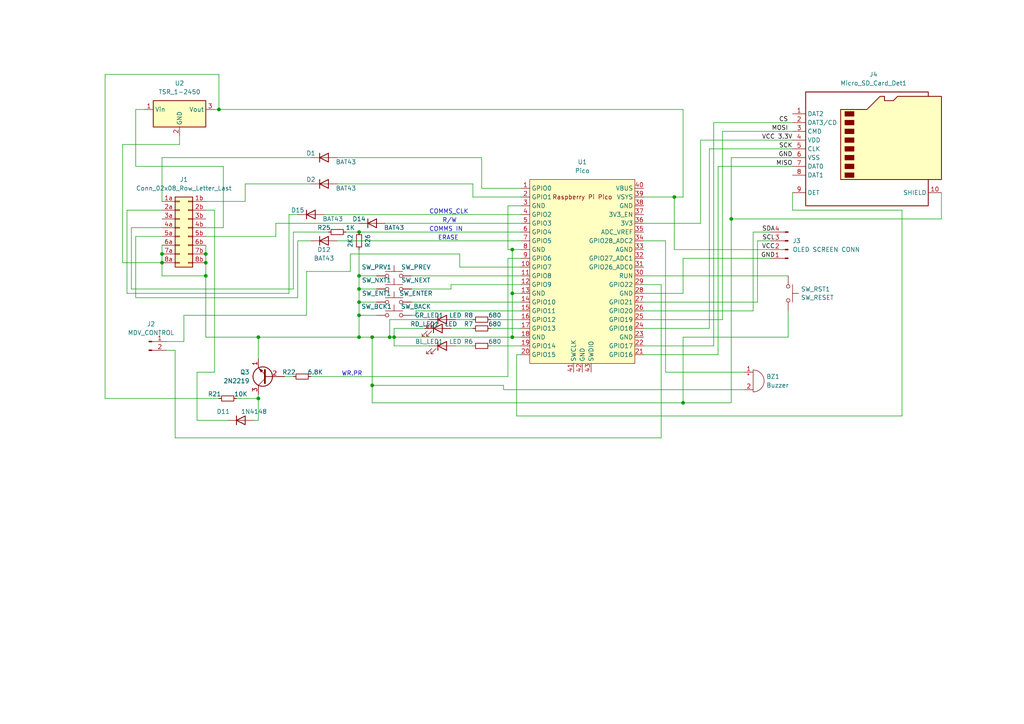
<source format=kicad_sch>
(kicad_sch (version 20230121) (generator eeschema)

  (uuid 24be1e86-cc83-4669-8c55-f41abaed0d99)

  (paper "A4")

  (lib_symbols
    (symbol "Connector:Conn_01x02_Pin" (pin_names (offset 1.016) hide) (in_bom yes) (on_board yes)
      (property "Reference" "J" (at 0 2.54 0)
        (effects (font (size 1.27 1.27)))
      )
      (property "Value" "Conn_01x02_Pin" (at 0 -5.08 0)
        (effects (font (size 1.27 1.27)))
      )
      (property "Footprint" "" (at 0 0 0)
        (effects (font (size 1.27 1.27)) hide)
      )
      (property "Datasheet" "~" (at 0 0 0)
        (effects (font (size 1.27 1.27)) hide)
      )
      (property "ki_locked" "" (at 0 0 0)
        (effects (font (size 1.27 1.27)))
      )
      (property "ki_keywords" "connector" (at 0 0 0)
        (effects (font (size 1.27 1.27)) hide)
      )
      (property "ki_description" "Generic connector, single row, 01x02, script generated" (at 0 0 0)
        (effects (font (size 1.27 1.27)) hide)
      )
      (property "ki_fp_filters" "Connector*:*_1x??_*" (at 0 0 0)
        (effects (font (size 1.27 1.27)) hide)
      )
      (symbol "Conn_01x02_Pin_1_1"
        (polyline
          (pts
            (xy 1.27 -2.54)
            (xy 0.8636 -2.54)
          )
          (stroke (width 0.1524) (type default))
          (fill (type none))
        )
        (polyline
          (pts
            (xy 1.27 0)
            (xy 0.8636 0)
          )
          (stroke (width 0.1524) (type default))
          (fill (type none))
        )
        (rectangle (start 0.8636 -2.413) (end 0 -2.667)
          (stroke (width 0.1524) (type default))
          (fill (type outline))
        )
        (rectangle (start 0.8636 0.127) (end 0 -0.127)
          (stroke (width 0.1524) (type default))
          (fill (type outline))
        )
        (pin passive line (at 5.08 0 180) (length 3.81)
          (name "Pin_1" (effects (font (size 1.27 1.27))))
          (number "1" (effects (font (size 1.27 1.27))))
        )
        (pin passive line (at 5.08 -2.54 180) (length 3.81)
          (name "Pin_2" (effects (font (size 1.27 1.27))))
          (number "2" (effects (font (size 1.27 1.27))))
        )
      )
    )
    (symbol "Connector:Conn_01x04_Male" (pin_names (offset 1.016) hide) (in_bom yes) (on_board yes)
      (property "Reference" "J" (at 0 5.08 0)
        (effects (font (size 1.27 1.27)))
      )
      (property "Value" "Conn_01x04_Male" (at 0 -7.62 0)
        (effects (font (size 1.27 1.27)))
      )
      (property "Footprint" "" (at 0 0 0)
        (effects (font (size 1.27 1.27)) hide)
      )
      (property "Datasheet" "~" (at 0 0 0)
        (effects (font (size 1.27 1.27)) hide)
      )
      (property "ki_keywords" "connector" (at 0 0 0)
        (effects (font (size 1.27 1.27)) hide)
      )
      (property "ki_description" "Generic connector, single row, 01x04, script generated (kicad-library-utils/schlib/autogen/connector/)" (at 0 0 0)
        (effects (font (size 1.27 1.27)) hide)
      )
      (property "ki_fp_filters" "Connector*:*_1x??_*" (at 0 0 0)
        (effects (font (size 1.27 1.27)) hide)
      )
      (symbol "Conn_01x04_Male_1_1"
        (polyline
          (pts
            (xy 1.27 -5.08)
            (xy 0.8636 -5.08)
          )
          (stroke (width 0.1524) (type default))
          (fill (type none))
        )
        (polyline
          (pts
            (xy 1.27 -2.54)
            (xy 0.8636 -2.54)
          )
          (stroke (width 0.1524) (type default))
          (fill (type none))
        )
        (polyline
          (pts
            (xy 1.27 0)
            (xy 0.8636 0)
          )
          (stroke (width 0.1524) (type default))
          (fill (type none))
        )
        (polyline
          (pts
            (xy 1.27 2.54)
            (xy 0.8636 2.54)
          )
          (stroke (width 0.1524) (type default))
          (fill (type none))
        )
        (rectangle (start 0.8636 -4.953) (end 0 -5.207)
          (stroke (width 0.1524) (type default))
          (fill (type outline))
        )
        (rectangle (start 0.8636 -2.413) (end 0 -2.667)
          (stroke (width 0.1524) (type default))
          (fill (type outline))
        )
        (rectangle (start 0.8636 0.127) (end 0 -0.127)
          (stroke (width 0.1524) (type default))
          (fill (type outline))
        )
        (rectangle (start 0.8636 2.667) (end 0 2.413)
          (stroke (width 0.1524) (type default))
          (fill (type outline))
        )
        (pin passive line (at 5.08 2.54 180) (length 3.81)
          (name "Pin_1" (effects (font (size 1.27 1.27))))
          (number "1" (effects (font (size 1.27 1.27))))
        )
        (pin passive line (at 5.08 0 180) (length 3.81)
          (name "Pin_2" (effects (font (size 1.27 1.27))))
          (number "2" (effects (font (size 1.27 1.27))))
        )
        (pin passive line (at 5.08 -2.54 180) (length 3.81)
          (name "Pin_3" (effects (font (size 1.27 1.27))))
          (number "3" (effects (font (size 1.27 1.27))))
        )
        (pin passive line (at 5.08 -5.08 180) (length 3.81)
          (name "Pin_4" (effects (font (size 1.27 1.27))))
          (number "4" (effects (font (size 1.27 1.27))))
        )
      )
    )
    (symbol "Connector:Micro_SD_Card_Det1" (in_bom yes) (on_board yes)
      (property "Reference" "J" (at -16.51 17.78 0)
        (effects (font (size 1.27 1.27)))
      )
      (property "Value" "Micro_SD_Card_Det1" (at 16.51 17.78 0)
        (effects (font (size 1.27 1.27)) (justify right))
      )
      (property "Footprint" "" (at 52.07 17.78 0)
        (effects (font (size 1.27 1.27)) hide)
      )
      (property "Datasheet" "https://datasheet.lcsc.com/lcsc/2110151630_XKB-Connectivity-XKTF-015-N_C381082.pdf" (at 0 2.54 0)
        (effects (font (size 1.27 1.27)) hide)
      )
      (property "ki_keywords" "connector SD microsd" (at 0 0 0)
        (effects (font (size 1.27 1.27)) hide)
      )
      (property "ki_description" "Micro SD Card Socket with one card detection pin" (at 0 0 0)
        (effects (font (size 1.27 1.27)) hide)
      )
      (property "ki_fp_filters" "microSD*" (at 0 0 0)
        (effects (font (size 1.27 1.27)) hide)
      )
      (symbol "Micro_SD_Card_Det1_0_1"
        (rectangle (start -7.62 -6.985) (end -5.08 -8.255)
          (stroke (width 0.254) (type default))
          (fill (type outline))
        )
        (rectangle (start -7.62 -4.445) (end -5.08 -5.715)
          (stroke (width 0.254) (type default))
          (fill (type outline))
        )
        (rectangle (start -7.62 -1.905) (end -5.08 -3.175)
          (stroke (width 0.254) (type default))
          (fill (type outline))
        )
        (rectangle (start -7.62 0.635) (end -5.08 -0.635)
          (stroke (width 0.254) (type default))
          (fill (type outline))
        )
        (rectangle (start -7.62 3.175) (end -5.08 1.905)
          (stroke (width 0.254) (type default))
          (fill (type outline))
        )
        (rectangle (start -7.62 5.715) (end -5.08 4.445)
          (stroke (width 0.254) (type default))
          (fill (type outline))
        )
        (rectangle (start -7.62 8.255) (end -5.08 6.985)
          (stroke (width 0.254) (type default))
          (fill (type outline))
        )
        (rectangle (start -7.62 10.795) (end -5.08 9.525)
          (stroke (width 0.254) (type default))
          (fill (type outline))
        )
        (polyline
          (pts
            (xy 16.51 15.24)
            (xy 16.51 16.51)
            (xy -19.05 16.51)
            (xy -19.05 -16.51)
            (xy 16.51 -16.51)
            (xy 16.51 -8.89)
          )
          (stroke (width 0.254) (type default))
          (fill (type none))
        )
        (polyline
          (pts
            (xy -8.89 -8.89)
            (xy -8.89 11.43)
            (xy -1.27 11.43)
            (xy 2.54 15.24)
            (xy 3.81 15.24)
            (xy 3.81 13.97)
            (xy 6.35 13.97)
            (xy 7.62 15.24)
            (xy 20.32 15.24)
            (xy 20.32 -8.89)
            (xy -8.89 -8.89)
          )
          (stroke (width 0.254) (type default))
          (fill (type background))
        )
      )
      (symbol "Micro_SD_Card_Det1_1_1"
        (pin bidirectional line (at -22.86 10.16 0) (length 3.81)
          (name "DAT2" (effects (font (size 1.27 1.27))))
          (number "1" (effects (font (size 1.27 1.27))))
        )
        (pin passive line (at 20.32 -12.7 180) (length 3.81)
          (name "SHIELD" (effects (font (size 1.27 1.27))))
          (number "10" (effects (font (size 1.27 1.27))))
        )
        (pin bidirectional line (at -22.86 7.62 0) (length 3.81)
          (name "DAT3/CD" (effects (font (size 1.27 1.27))))
          (number "2" (effects (font (size 1.27 1.27))))
        )
        (pin input line (at -22.86 5.08 0) (length 3.81)
          (name "CMD" (effects (font (size 1.27 1.27))))
          (number "3" (effects (font (size 1.27 1.27))))
        )
        (pin power_in line (at -22.86 2.54 0) (length 3.81)
          (name "VDD" (effects (font (size 1.27 1.27))))
          (number "4" (effects (font (size 1.27 1.27))))
        )
        (pin input line (at -22.86 0 0) (length 3.81)
          (name "CLK" (effects (font (size 1.27 1.27))))
          (number "5" (effects (font (size 1.27 1.27))))
        )
        (pin power_in line (at -22.86 -2.54 0) (length 3.81)
          (name "VSS" (effects (font (size 1.27 1.27))))
          (number "6" (effects (font (size 1.27 1.27))))
        )
        (pin bidirectional line (at -22.86 -5.08 0) (length 3.81)
          (name "DAT0" (effects (font (size 1.27 1.27))))
          (number "7" (effects (font (size 1.27 1.27))))
        )
        (pin bidirectional line (at -22.86 -7.62 0) (length 3.81)
          (name "DAT1" (effects (font (size 1.27 1.27))))
          (number "8" (effects (font (size 1.27 1.27))))
        )
        (pin passive line (at -22.86 -12.7 0) (length 3.81)
          (name "DET" (effects (font (size 1.27 1.27))))
          (number "9" (effects (font (size 1.27 1.27))))
        )
      )
    )
    (symbol "Connector_Generic:Conn_02x08_Row_Letter_Last" (pin_names (offset 1.016) hide) (in_bom yes) (on_board yes)
      (property "Reference" "J" (at 1.27 10.16 0)
        (effects (font (size 1.27 1.27)))
      )
      (property "Value" "Conn_02x08_Row_Letter_Last" (at 1.27 -12.7 0)
        (effects (font (size 1.27 1.27)))
      )
      (property "Footprint" "" (at 0 0 0)
        (effects (font (size 1.27 1.27)) hide)
      )
      (property "Datasheet" "~" (at 0 0 0)
        (effects (font (size 1.27 1.27)) hide)
      )
      (property "ki_keywords" "connector" (at 0 0 0)
        (effects (font (size 1.27 1.27)) hide)
      )
      (property "ki_description" "Generic connector, double row, 02x08, row letter last pin numbering scheme (pin number consists of a letter for the row and a number for the pin index in this row. 1a, ..., Na; 1b, ..., Nb)), script generated (kicad-library-utils/schlib/autogen/connector/)" (at 0 0 0)
        (effects (font (size 1.27 1.27)) hide)
      )
      (property "ki_fp_filters" "Connector*:*_2x??_*" (at 0 0 0)
        (effects (font (size 1.27 1.27)) hide)
      )
      (symbol "Conn_02x08_Row_Letter_Last_1_1"
        (rectangle (start -1.27 -10.033) (end 0 -10.287)
          (stroke (width 0.1524) (type default))
          (fill (type none))
        )
        (rectangle (start -1.27 -7.493) (end 0 -7.747)
          (stroke (width 0.1524) (type default))
          (fill (type none))
        )
        (rectangle (start -1.27 -4.953) (end 0 -5.207)
          (stroke (width 0.1524) (type default))
          (fill (type none))
        )
        (rectangle (start -1.27 -2.413) (end 0 -2.667)
          (stroke (width 0.1524) (type default))
          (fill (type none))
        )
        (rectangle (start -1.27 0.127) (end 0 -0.127)
          (stroke (width 0.1524) (type default))
          (fill (type none))
        )
        (rectangle (start -1.27 2.667) (end 0 2.413)
          (stroke (width 0.1524) (type default))
          (fill (type none))
        )
        (rectangle (start -1.27 5.207) (end 0 4.953)
          (stroke (width 0.1524) (type default))
          (fill (type none))
        )
        (rectangle (start -1.27 7.747) (end 0 7.493)
          (stroke (width 0.1524) (type default))
          (fill (type none))
        )
        (rectangle (start -1.27 8.89) (end 3.81 -11.43)
          (stroke (width 0.254) (type default))
          (fill (type background))
        )
        (rectangle (start 3.81 -10.033) (end 2.54 -10.287)
          (stroke (width 0.1524) (type default))
          (fill (type none))
        )
        (rectangle (start 3.81 -7.493) (end 2.54 -7.747)
          (stroke (width 0.1524) (type default))
          (fill (type none))
        )
        (rectangle (start 3.81 -4.953) (end 2.54 -5.207)
          (stroke (width 0.1524) (type default))
          (fill (type none))
        )
        (rectangle (start 3.81 -2.413) (end 2.54 -2.667)
          (stroke (width 0.1524) (type default))
          (fill (type none))
        )
        (rectangle (start 3.81 0.127) (end 2.54 -0.127)
          (stroke (width 0.1524) (type default))
          (fill (type none))
        )
        (rectangle (start 3.81 2.667) (end 2.54 2.413)
          (stroke (width 0.1524) (type default))
          (fill (type none))
        )
        (rectangle (start 3.81 5.207) (end 2.54 4.953)
          (stroke (width 0.1524) (type default))
          (fill (type none))
        )
        (rectangle (start 3.81 7.747) (end 2.54 7.493)
          (stroke (width 0.1524) (type default))
          (fill (type none))
        )
        (pin passive line (at -5.08 7.62 0) (length 3.81)
          (name "Pin_1a" (effects (font (size 1.27 1.27))))
          (number "1a" (effects (font (size 1.27 1.27))))
        )
        (pin passive line (at 7.62 7.62 180) (length 3.81)
          (name "Pin_1b" (effects (font (size 1.27 1.27))))
          (number "1b" (effects (font (size 1.27 1.27))))
        )
        (pin passive line (at -5.08 5.08 0) (length 3.81)
          (name "Pin_2a" (effects (font (size 1.27 1.27))))
          (number "2a" (effects (font (size 1.27 1.27))))
        )
        (pin passive line (at 7.62 5.08 180) (length 3.81)
          (name "Pin_2b" (effects (font (size 1.27 1.27))))
          (number "2b" (effects (font (size 1.27 1.27))))
        )
        (pin passive line (at -5.08 2.54 0) (length 3.81)
          (name "Pin_3a" (effects (font (size 1.27 1.27))))
          (number "3a" (effects (font (size 1.27 1.27))))
        )
        (pin passive line (at 7.62 2.54 180) (length 3.81)
          (name "Pin_3b" (effects (font (size 1.27 1.27))))
          (number "3b" (effects (font (size 1.27 1.27))))
        )
        (pin passive line (at -5.08 0 0) (length 3.81)
          (name "Pin_4a" (effects (font (size 1.27 1.27))))
          (number "4a" (effects (font (size 1.27 1.27))))
        )
        (pin passive line (at 7.62 0 180) (length 3.81)
          (name "Pin_4b" (effects (font (size 1.27 1.27))))
          (number "4b" (effects (font (size 1.27 1.27))))
        )
        (pin passive line (at -5.08 -2.54 0) (length 3.81)
          (name "Pin_5a" (effects (font (size 1.27 1.27))))
          (number "5a" (effects (font (size 1.27 1.27))))
        )
        (pin passive line (at 7.62 -2.54 180) (length 3.81)
          (name "Pin_5b" (effects (font (size 1.27 1.27))))
          (number "5b" (effects (font (size 1.27 1.27))))
        )
        (pin passive line (at -5.08 -5.08 0) (length 3.81)
          (name "Pin_6a" (effects (font (size 1.27 1.27))))
          (number "6a" (effects (font (size 1.27 1.27))))
        )
        (pin passive line (at 7.62 -5.08 180) (length 3.81)
          (name "Pin_6b" (effects (font (size 1.27 1.27))))
          (number "6b" (effects (font (size 1.27 1.27))))
        )
        (pin passive line (at -5.08 -7.62 0) (length 3.81)
          (name "Pin_7a" (effects (font (size 1.27 1.27))))
          (number "7a" (effects (font (size 1.27 1.27))))
        )
        (pin passive line (at 7.62 -7.62 180) (length 3.81)
          (name "Pin_7b" (effects (font (size 1.27 1.27))))
          (number "7b" (effects (font (size 1.27 1.27))))
        )
        (pin passive line (at -5.08 -10.16 0) (length 3.81)
          (name "Pin_8a" (effects (font (size 1.27 1.27))))
          (number "8a" (effects (font (size 1.27 1.27))))
        )
        (pin passive line (at 7.62 -10.16 180) (length 3.81)
          (name "Pin_8b" (effects (font (size 1.27 1.27))))
          (number "8b" (effects (font (size 1.27 1.27))))
        )
      )
    )
    (symbol "Device:Buzzer" (pin_names (offset 0.0254) hide) (in_bom yes) (on_board yes)
      (property "Reference" "BZ" (at 3.81 1.27 0)
        (effects (font (size 1.27 1.27)) (justify left))
      )
      (property "Value" "Buzzer" (at 3.81 -1.27 0)
        (effects (font (size 1.27 1.27)) (justify left))
      )
      (property "Footprint" "" (at -0.635 2.54 90)
        (effects (font (size 1.27 1.27)) hide)
      )
      (property "Datasheet" "~" (at -0.635 2.54 90)
        (effects (font (size 1.27 1.27)) hide)
      )
      (property "ki_keywords" "quartz resonator ceramic" (at 0 0 0)
        (effects (font (size 1.27 1.27)) hide)
      )
      (property "ki_description" "Buzzer, polarized" (at 0 0 0)
        (effects (font (size 1.27 1.27)) hide)
      )
      (property "ki_fp_filters" "*Buzzer*" (at 0 0 0)
        (effects (font (size 1.27 1.27)) hide)
      )
      (symbol "Buzzer_0_1"
        (arc (start 0 -3.175) (mid 3.1612 0) (end 0 3.175)
          (stroke (width 0) (type default))
          (fill (type none))
        )
        (polyline
          (pts
            (xy -1.651 1.905)
            (xy -1.143 1.905)
          )
          (stroke (width 0) (type default))
          (fill (type none))
        )
        (polyline
          (pts
            (xy -1.397 2.159)
            (xy -1.397 1.651)
          )
          (stroke (width 0) (type default))
          (fill (type none))
        )
        (polyline
          (pts
            (xy 0 3.175)
            (xy 0 -3.175)
          )
          (stroke (width 0) (type default))
          (fill (type none))
        )
      )
      (symbol "Buzzer_1_1"
        (pin passive line (at -2.54 2.54 0) (length 2.54)
          (name "-" (effects (font (size 1.27 1.27))))
          (number "1" (effects (font (size 1.27 1.27))))
        )
        (pin passive line (at -2.54 -2.54 0) (length 2.54)
          (name "+" (effects (font (size 1.27 1.27))))
          (number "2" (effects (font (size 1.27 1.27))))
        )
      )
    )
    (symbol "Device:LED" (pin_numbers hide) (pin_names (offset 1.016) hide) (in_bom yes) (on_board yes)
      (property "Reference" "D" (at 0 2.54 0)
        (effects (font (size 1.27 1.27)))
      )
      (property "Value" "LED" (at 0 -2.54 0)
        (effects (font (size 1.27 1.27)))
      )
      (property "Footprint" "" (at 0 0 0)
        (effects (font (size 1.27 1.27)) hide)
      )
      (property "Datasheet" "~" (at 0 0 0)
        (effects (font (size 1.27 1.27)) hide)
      )
      (property "ki_keywords" "LED diode" (at 0 0 0)
        (effects (font (size 1.27 1.27)) hide)
      )
      (property "ki_description" "Light emitting diode" (at 0 0 0)
        (effects (font (size 1.27 1.27)) hide)
      )
      (property "ki_fp_filters" "LED* LED_SMD:* LED_THT:*" (at 0 0 0)
        (effects (font (size 1.27 1.27)) hide)
      )
      (symbol "LED_0_1"
        (polyline
          (pts
            (xy -1.27 -1.27)
            (xy -1.27 1.27)
          )
          (stroke (width 0.254) (type default))
          (fill (type none))
        )
        (polyline
          (pts
            (xy -1.27 0)
            (xy 1.27 0)
          )
          (stroke (width 0) (type default))
          (fill (type none))
        )
        (polyline
          (pts
            (xy 1.27 -1.27)
            (xy 1.27 1.27)
            (xy -1.27 0)
            (xy 1.27 -1.27)
          )
          (stroke (width 0.254) (type default))
          (fill (type none))
        )
        (polyline
          (pts
            (xy -3.048 -0.762)
            (xy -4.572 -2.286)
            (xy -3.81 -2.286)
            (xy -4.572 -2.286)
            (xy -4.572 -1.524)
          )
          (stroke (width 0) (type default))
          (fill (type none))
        )
        (polyline
          (pts
            (xy -1.778 -0.762)
            (xy -3.302 -2.286)
            (xy -2.54 -2.286)
            (xy -3.302 -2.286)
            (xy -3.302 -1.524)
          )
          (stroke (width 0) (type default))
          (fill (type none))
        )
      )
      (symbol "LED_1_1"
        (pin passive line (at -3.81 0 0) (length 2.54)
          (name "K" (effects (font (size 1.27 1.27))))
          (number "1" (effects (font (size 1.27 1.27))))
        )
        (pin passive line (at 3.81 0 180) (length 2.54)
          (name "A" (effects (font (size 1.27 1.27))))
          (number "2" (effects (font (size 1.27 1.27))))
        )
      )
    )
    (symbol "Device:R_Small" (pin_numbers hide) (pin_names (offset 0.254) hide) (in_bom yes) (on_board yes)
      (property "Reference" "R" (at 0.762 0.508 0)
        (effects (font (size 1.27 1.27)) (justify left))
      )
      (property "Value" "R_Small" (at 0.762 -1.016 0)
        (effects (font (size 1.27 1.27)) (justify left))
      )
      (property "Footprint" "" (at 0 0 0)
        (effects (font (size 1.27 1.27)) hide)
      )
      (property "Datasheet" "~" (at 0 0 0)
        (effects (font (size 1.27 1.27)) hide)
      )
      (property "ki_keywords" "R resistor" (at 0 0 0)
        (effects (font (size 1.27 1.27)) hide)
      )
      (property "ki_description" "Resistor, small symbol" (at 0 0 0)
        (effects (font (size 1.27 1.27)) hide)
      )
      (property "ki_fp_filters" "R_*" (at 0 0 0)
        (effects (font (size 1.27 1.27)) hide)
      )
      (symbol "R_Small_0_1"
        (rectangle (start -0.762 1.778) (end 0.762 -1.778)
          (stroke (width 0.2032) (type default))
          (fill (type none))
        )
      )
      (symbol "R_Small_1_1"
        (pin passive line (at 0 2.54 270) (length 0.762)
          (name "~" (effects (font (size 1.27 1.27))))
          (number "1" (effects (font (size 1.27 1.27))))
        )
        (pin passive line (at 0 -2.54 90) (length 0.762)
          (name "~" (effects (font (size 1.27 1.27))))
          (number "2" (effects (font (size 1.27 1.27))))
        )
      )
    )
    (symbol "Diode:1N4148" (pin_numbers hide) (pin_names (offset 1.016) hide) (in_bom yes) (on_board yes)
      (property "Reference" "D" (at 0 2.54 0)
        (effects (font (size 1.27 1.27)))
      )
      (property "Value" "1N4148" (at 0 -2.54 0)
        (effects (font (size 1.27 1.27)))
      )
      (property "Footprint" "Diode_THT:D_DO-35_SOD27_P7.62mm_Horizontal" (at 0 -4.445 0)
        (effects (font (size 1.27 1.27)) hide)
      )
      (property "Datasheet" "https://assets.nexperia.com/documents/data-sheet/1N4148_1N4448.pdf" (at 0 0 0)
        (effects (font (size 1.27 1.27)) hide)
      )
      (property "ki_keywords" "diode" (at 0 0 0)
        (effects (font (size 1.27 1.27)) hide)
      )
      (property "ki_description" "100V 0.15A standard switching diode, DO-35" (at 0 0 0)
        (effects (font (size 1.27 1.27)) hide)
      )
      (property "ki_fp_filters" "D*DO?35*" (at 0 0 0)
        (effects (font (size 1.27 1.27)) hide)
      )
      (symbol "1N4148_0_1"
        (polyline
          (pts
            (xy -1.27 1.27)
            (xy -1.27 -1.27)
          )
          (stroke (width 0.254) (type default))
          (fill (type none))
        )
        (polyline
          (pts
            (xy 1.27 0)
            (xy -1.27 0)
          )
          (stroke (width 0) (type default))
          (fill (type none))
        )
        (polyline
          (pts
            (xy 1.27 1.27)
            (xy 1.27 -1.27)
            (xy -1.27 0)
            (xy 1.27 1.27)
          )
          (stroke (width 0.254) (type default))
          (fill (type none))
        )
      )
      (symbol "1N4148_1_1"
        (pin passive line (at -3.81 0 0) (length 2.54)
          (name "K" (effects (font (size 1.27 1.27))))
          (number "1" (effects (font (size 1.27 1.27))))
        )
        (pin passive line (at 3.81 0 180) (length 2.54)
          (name "A" (effects (font (size 1.27 1.27))))
          (number "2" (effects (font (size 1.27 1.27))))
        )
      )
    )
    (symbol "MCU_RaspberryPi_and_Boards:Pico" (in_bom yes) (on_board yes)
      (property "Reference" "U" (at -13.97 27.94 0)
        (effects (font (size 1.27 1.27)))
      )
      (property "Value" "Pico" (at 0 19.05 0)
        (effects (font (size 1.27 1.27)))
      )
      (property "Footprint" "RPi_Pico:RPi_Pico_SMD_TH" (at 0 0 90)
        (effects (font (size 1.27 1.27)) hide)
      )
      (property "Datasheet" "" (at 0 0 0)
        (effects (font (size 1.27 1.27)) hide)
      )
      (symbol "Pico_0_0"
        (text "Raspberry Pi Pico" (at 0 21.59 0)
          (effects (font (size 1.27 1.27)))
        )
      )
      (symbol "Pico_0_1"
        (rectangle (start -15.24 26.67) (end 15.24 -26.67)
          (stroke (width 0) (type default))
          (fill (type background))
        )
      )
      (symbol "Pico_1_1"
        (pin bidirectional line (at -17.78 24.13 0) (length 2.54)
          (name "GPIO0" (effects (font (size 1.27 1.27))))
          (number "1" (effects (font (size 1.27 1.27))))
        )
        (pin bidirectional line (at -17.78 1.27 0) (length 2.54)
          (name "GPIO7" (effects (font (size 1.27 1.27))))
          (number "10" (effects (font (size 1.27 1.27))))
        )
        (pin bidirectional line (at -17.78 -1.27 0) (length 2.54)
          (name "GPIO8" (effects (font (size 1.27 1.27))))
          (number "11" (effects (font (size 1.27 1.27))))
        )
        (pin bidirectional line (at -17.78 -3.81 0) (length 2.54)
          (name "GPIO9" (effects (font (size 1.27 1.27))))
          (number "12" (effects (font (size 1.27 1.27))))
        )
        (pin power_in line (at -17.78 -6.35 0) (length 2.54)
          (name "GND" (effects (font (size 1.27 1.27))))
          (number "13" (effects (font (size 1.27 1.27))))
        )
        (pin bidirectional line (at -17.78 -8.89 0) (length 2.54)
          (name "GPIO10" (effects (font (size 1.27 1.27))))
          (number "14" (effects (font (size 1.27 1.27))))
        )
        (pin bidirectional line (at -17.78 -11.43 0) (length 2.54)
          (name "GPIO11" (effects (font (size 1.27 1.27))))
          (number "15" (effects (font (size 1.27 1.27))))
        )
        (pin bidirectional line (at -17.78 -13.97 0) (length 2.54)
          (name "GPIO12" (effects (font (size 1.27 1.27))))
          (number "16" (effects (font (size 1.27 1.27))))
        )
        (pin bidirectional line (at -17.78 -16.51 0) (length 2.54)
          (name "GPIO13" (effects (font (size 1.27 1.27))))
          (number "17" (effects (font (size 1.27 1.27))))
        )
        (pin power_in line (at -17.78 -19.05 0) (length 2.54)
          (name "GND" (effects (font (size 1.27 1.27))))
          (number "18" (effects (font (size 1.27 1.27))))
        )
        (pin bidirectional line (at -17.78 -21.59 0) (length 2.54)
          (name "GPIO14" (effects (font (size 1.27 1.27))))
          (number "19" (effects (font (size 1.27 1.27))))
        )
        (pin bidirectional line (at -17.78 21.59 0) (length 2.54)
          (name "GPIO1" (effects (font (size 1.27 1.27))))
          (number "2" (effects (font (size 1.27 1.27))))
        )
        (pin bidirectional line (at -17.78 -24.13 0) (length 2.54)
          (name "GPIO15" (effects (font (size 1.27 1.27))))
          (number "20" (effects (font (size 1.27 1.27))))
        )
        (pin bidirectional line (at 17.78 -24.13 180) (length 2.54)
          (name "GPIO16" (effects (font (size 1.27 1.27))))
          (number "21" (effects (font (size 1.27 1.27))))
        )
        (pin bidirectional line (at 17.78 -21.59 180) (length 2.54)
          (name "GPIO17" (effects (font (size 1.27 1.27))))
          (number "22" (effects (font (size 1.27 1.27))))
        )
        (pin power_in line (at 17.78 -19.05 180) (length 2.54)
          (name "GND" (effects (font (size 1.27 1.27))))
          (number "23" (effects (font (size 1.27 1.27))))
        )
        (pin bidirectional line (at 17.78 -16.51 180) (length 2.54)
          (name "GPIO18" (effects (font (size 1.27 1.27))))
          (number "24" (effects (font (size 1.27 1.27))))
        )
        (pin bidirectional line (at 17.78 -13.97 180) (length 2.54)
          (name "GPIO19" (effects (font (size 1.27 1.27))))
          (number "25" (effects (font (size 1.27 1.27))))
        )
        (pin bidirectional line (at 17.78 -11.43 180) (length 2.54)
          (name "GPIO20" (effects (font (size 1.27 1.27))))
          (number "26" (effects (font (size 1.27 1.27))))
        )
        (pin bidirectional line (at 17.78 -8.89 180) (length 2.54)
          (name "GPIO21" (effects (font (size 1.27 1.27))))
          (number "27" (effects (font (size 1.27 1.27))))
        )
        (pin power_in line (at 17.78 -6.35 180) (length 2.54)
          (name "GND" (effects (font (size 1.27 1.27))))
          (number "28" (effects (font (size 1.27 1.27))))
        )
        (pin bidirectional line (at 17.78 -3.81 180) (length 2.54)
          (name "GPIO22" (effects (font (size 1.27 1.27))))
          (number "29" (effects (font (size 1.27 1.27))))
        )
        (pin power_in line (at -17.78 19.05 0) (length 2.54)
          (name "GND" (effects (font (size 1.27 1.27))))
          (number "3" (effects (font (size 1.27 1.27))))
        )
        (pin input line (at 17.78 -1.27 180) (length 2.54)
          (name "RUN" (effects (font (size 1.27 1.27))))
          (number "30" (effects (font (size 1.27 1.27))))
        )
        (pin bidirectional line (at 17.78 1.27 180) (length 2.54)
          (name "GPIO26_ADC0" (effects (font (size 1.27 1.27))))
          (number "31" (effects (font (size 1.27 1.27))))
        )
        (pin bidirectional line (at 17.78 3.81 180) (length 2.54)
          (name "GPIO27_ADC1" (effects (font (size 1.27 1.27))))
          (number "32" (effects (font (size 1.27 1.27))))
        )
        (pin power_in line (at 17.78 6.35 180) (length 2.54)
          (name "AGND" (effects (font (size 1.27 1.27))))
          (number "33" (effects (font (size 1.27 1.27))))
        )
        (pin bidirectional line (at 17.78 8.89 180) (length 2.54)
          (name "GPIO28_ADC2" (effects (font (size 1.27 1.27))))
          (number "34" (effects (font (size 1.27 1.27))))
        )
        (pin power_in line (at 17.78 11.43 180) (length 2.54)
          (name "ADC_VREF" (effects (font (size 1.27 1.27))))
          (number "35" (effects (font (size 1.27 1.27))))
        )
        (pin power_in line (at 17.78 13.97 180) (length 2.54)
          (name "3V3" (effects (font (size 1.27 1.27))))
          (number "36" (effects (font (size 1.27 1.27))))
        )
        (pin input line (at 17.78 16.51 180) (length 2.54)
          (name "3V3_EN" (effects (font (size 1.27 1.27))))
          (number "37" (effects (font (size 1.27 1.27))))
        )
        (pin bidirectional line (at 17.78 19.05 180) (length 2.54)
          (name "GND" (effects (font (size 1.27 1.27))))
          (number "38" (effects (font (size 1.27 1.27))))
        )
        (pin power_in line (at 17.78 21.59 180) (length 2.54)
          (name "VSYS" (effects (font (size 1.27 1.27))))
          (number "39" (effects (font (size 1.27 1.27))))
        )
        (pin bidirectional line (at -17.78 16.51 0) (length 2.54)
          (name "GPIO2" (effects (font (size 1.27 1.27))))
          (number "4" (effects (font (size 1.27 1.27))))
        )
        (pin power_in line (at 17.78 24.13 180) (length 2.54)
          (name "VBUS" (effects (font (size 1.27 1.27))))
          (number "40" (effects (font (size 1.27 1.27))))
        )
        (pin input line (at -2.54 -29.21 90) (length 2.54)
          (name "SWCLK" (effects (font (size 1.27 1.27))))
          (number "41" (effects (font (size 1.27 1.27))))
        )
        (pin power_in line (at 0 -29.21 90) (length 2.54)
          (name "GND" (effects (font (size 1.27 1.27))))
          (number "42" (effects (font (size 1.27 1.27))))
        )
        (pin bidirectional line (at 2.54 -29.21 90) (length 2.54)
          (name "SWDIO" (effects (font (size 1.27 1.27))))
          (number "43" (effects (font (size 1.27 1.27))))
        )
        (pin bidirectional line (at -17.78 13.97 0) (length 2.54)
          (name "GPIO3" (effects (font (size 1.27 1.27))))
          (number "5" (effects (font (size 1.27 1.27))))
        )
        (pin bidirectional line (at -17.78 11.43 0) (length 2.54)
          (name "GPIO4" (effects (font (size 1.27 1.27))))
          (number "6" (effects (font (size 1.27 1.27))))
        )
        (pin bidirectional line (at -17.78 8.89 0) (length 2.54)
          (name "GPIO5" (effects (font (size 1.27 1.27))))
          (number "7" (effects (font (size 1.27 1.27))))
        )
        (pin power_in line (at -17.78 6.35 0) (length 2.54)
          (name "GND" (effects (font (size 1.27 1.27))))
          (number "8" (effects (font (size 1.27 1.27))))
        )
        (pin bidirectional line (at -17.78 3.81 0) (length 2.54)
          (name "GPIO6" (effects (font (size 1.27 1.27))))
          (number "9" (effects (font (size 1.27 1.27))))
        )
      )
    )
    (symbol "Regulator_Switching:TSR_1-2450" (in_bom yes) (on_board yes)
      (property "Reference" "U" (at -7.62 6.35 0)
        (effects (font (size 1.27 1.27)) (justify left))
      )
      (property "Value" "TSR_1-2450" (at -1.27 6.35 0)
        (effects (font (size 1.27 1.27)) (justify left))
      )
      (property "Footprint" "Converter_DCDC:Converter_DCDC_TRACO_TSR-1_THT" (at 0 -3.81 0)
        (effects (font (size 1.27 1.27) italic) (justify left) hide)
      )
      (property "Datasheet" "http://www.tracopower.com/products/tsr1.pdf" (at 0 0 0)
        (effects (font (size 1.27 1.27)) hide)
      )
      (property "ki_keywords" "dc-dc traco buck" (at 0 0 0)
        (effects (font (size 1.27 1.27)) hide)
      )
      (property "ki_description" "1A step-down regulator module, fixed 5V output voltage, 5-36V input voltage, -40°C to +85°C temperature range, TO-220 compatible LM78xx replacement" (at 0 0 0)
        (effects (font (size 1.27 1.27)) hide)
      )
      (property "ki_fp_filters" "Converter*DCDC*TRACO*TSR?1*" (at 0 0 0)
        (effects (font (size 1.27 1.27)) hide)
      )
      (symbol "TSR_1-2450_0_1"
        (rectangle (start -7.62 5.08) (end 7.62 -2.54)
          (stroke (width 0.254) (type default))
          (fill (type background))
        )
      )
      (symbol "TSR_1-2450_1_1"
        (pin power_in line (at -10.16 2.54 0) (length 2.54)
          (name "Vin" (effects (font (size 1.27 1.27))))
          (number "1" (effects (font (size 1.27 1.27))))
        )
        (pin power_in line (at 0 -5.08 90) (length 2.54)
          (name "GND" (effects (font (size 1.27 1.27))))
          (number "2" (effects (font (size 1.27 1.27))))
        )
        (pin power_out line (at 10.16 2.54 180) (length 2.54)
          (name "Vout" (effects (font (size 1.27 1.27))))
          (number "3" (effects (font (size 1.27 1.27))))
        )
      )
    )
    (symbol "Switch:SW_Push" (pin_numbers hide) (pin_names (offset 1.016) hide) (in_bom yes) (on_board yes)
      (property "Reference" "SW" (at 1.27 2.54 0)
        (effects (font (size 1.27 1.27)) (justify left))
      )
      (property "Value" "SW_Push" (at 0 -1.524 0)
        (effects (font (size 1.27 1.27)))
      )
      (property "Footprint" "" (at 0 5.08 0)
        (effects (font (size 1.27 1.27)) hide)
      )
      (property "Datasheet" "~" (at 0 5.08 0)
        (effects (font (size 1.27 1.27)) hide)
      )
      (property "ki_keywords" "switch normally-open pushbutton push-button" (at 0 0 0)
        (effects (font (size 1.27 1.27)) hide)
      )
      (property "ki_description" "Push button switch, generic, two pins" (at 0 0 0)
        (effects (font (size 1.27 1.27)) hide)
      )
      (symbol "SW_Push_0_1"
        (circle (center -2.032 0) (radius 0.508)
          (stroke (width 0) (type default))
          (fill (type none))
        )
        (polyline
          (pts
            (xy 0 1.27)
            (xy 0 3.048)
          )
          (stroke (width 0) (type default))
          (fill (type none))
        )
        (polyline
          (pts
            (xy 2.54 1.27)
            (xy -2.54 1.27)
          )
          (stroke (width 0) (type default))
          (fill (type none))
        )
        (circle (center 2.032 0) (radius 0.508)
          (stroke (width 0) (type default))
          (fill (type none))
        )
        (pin passive line (at -5.08 0 0) (length 2.54)
          (name "1" (effects (font (size 1.27 1.27))))
          (number "1" (effects (font (size 1.27 1.27))))
        )
        (pin passive line (at 5.08 0 180) (length 2.54)
          (name "2" (effects (font (size 1.27 1.27))))
          (number "2" (effects (font (size 1.27 1.27))))
        )
      )
    )
    (symbol "Transistor_BJT:2N2219" (pin_names (offset 0) hide) (in_bom yes) (on_board yes)
      (property "Reference" "Q" (at 5.08 1.905 0)
        (effects (font (size 1.27 1.27)) (justify left))
      )
      (property "Value" "2N2219" (at 5.08 0 0)
        (effects (font (size 1.27 1.27)) (justify left))
      )
      (property "Footprint" "Package_TO_SOT_THT:TO-39-3" (at 5.08 -1.905 0)
        (effects (font (size 1.27 1.27) italic) (justify left) hide)
      )
      (property "Datasheet" "http://www.onsemi.com/pub_link/Collateral/2N2219-D.PDF" (at 0 0 0)
        (effects (font (size 1.27 1.27)) (justify left) hide)
      )
      (property "ki_keywords" "NPN Transistor" (at 0 0 0)
        (effects (font (size 1.27 1.27)) hide)
      )
      (property "ki_description" "800mA Ic, 50V Vce, NPN Transistor, TO-39" (at 0 0 0)
        (effects (font (size 1.27 1.27)) hide)
      )
      (property "ki_fp_filters" "TO?39*" (at 0 0 0)
        (effects (font (size 1.27 1.27)) hide)
      )
      (symbol "2N2219_0_1"
        (polyline
          (pts
            (xy 0.635 0.635)
            (xy 2.54 2.54)
          )
          (stroke (width 0) (type default))
          (fill (type none))
        )
        (polyline
          (pts
            (xy 0.635 -0.635)
            (xy 2.54 -2.54)
            (xy 2.54 -2.54)
          )
          (stroke (width 0) (type default))
          (fill (type none))
        )
        (polyline
          (pts
            (xy 0.635 1.905)
            (xy 0.635 -1.905)
            (xy 0.635 -1.905)
          )
          (stroke (width 0.508) (type default))
          (fill (type none))
        )
        (polyline
          (pts
            (xy 1.27 -1.778)
            (xy 1.778 -1.27)
            (xy 2.286 -2.286)
            (xy 1.27 -1.778)
            (xy 1.27 -1.778)
          )
          (stroke (width 0) (type default))
          (fill (type outline))
        )
        (circle (center 1.27 0) (radius 2.8194)
          (stroke (width 0.254) (type default))
          (fill (type none))
        )
      )
      (symbol "2N2219_1_1"
        (pin passive line (at 2.54 -5.08 90) (length 2.54)
          (name "E" (effects (font (size 1.27 1.27))))
          (number "1" (effects (font (size 1.27 1.27))))
        )
        (pin passive line (at -5.08 0 0) (length 5.715)
          (name "B" (effects (font (size 1.27 1.27))))
          (number "2" (effects (font (size 1.27 1.27))))
        )
        (pin passive line (at 2.54 5.08 270) (length 2.54)
          (name "C" (effects (font (size 1.27 1.27))))
          (number "3" (effects (font (size 1.27 1.27))))
        )
      )
    )
  )

  (junction (at 104.14 67.31) (diameter 0) (color 0 0 0 0)
    (uuid 0559ecdc-f132-4453-a5ee-934a7f2064f5)
  )
  (junction (at 104.14 80.01) (diameter 0) (color 0 0 0 0)
    (uuid 0ce425d0-29e8-44ac-a349-3346d00cfb66)
  )
  (junction (at 212.09 63.5) (diameter 0) (color 0 0 0 0)
    (uuid 12625e50-67b5-4647-80d2-dd024752b4a8)
  )
  (junction (at 198.12 116.84) (diameter 0) (color 0 0 0 0)
    (uuid 1d761fca-95b7-43bf-972d-3e5ef51985f2)
  )
  (junction (at 46.99 76.2) (diameter 0) (color 0 0 0 0)
    (uuid 2de54a65-0bad-460d-9765-8f10cfb56a6c)
  )
  (junction (at 148.59 85.09) (diameter 0) (color 0 0 0 0)
    (uuid 32a31b06-a793-49d8-bae4-4a31c9fb34df)
  )
  (junction (at 46.99 73.66) (diameter 0) (color 0 0 0 0)
    (uuid 332922e8-a81c-42dc-8a99-9ad227c5a3a0)
  )
  (junction (at 113.03 97.79) (diameter 0) (color 0 0 0 0)
    (uuid 3e295ed1-9309-4fcc-b9b1-0df800ef4747)
  )
  (junction (at 114.3 97.79) (diameter 0) (color 0 0 0 0)
    (uuid 3e9d4c48-b81a-4685-848c-0a7525273b99)
  )
  (junction (at 195.58 57.15) (diameter 0) (color 0 0 0 0)
    (uuid 4038edc2-9321-471e-8428-e427cc99f6d3)
  )
  (junction (at 148.59 72.39) (diameter 0) (color 0 0 0 0)
    (uuid 5c498ddb-f8c2-4ec6-8ce4-b878892938b2)
  )
  (junction (at 59.69 73.66) (diameter 0) (color 0 0 0 0)
    (uuid 5e52e15e-bfd9-4275-80b6-ac15b8a08fe0)
  )
  (junction (at 74.93 97.79) (diameter 0) (color 0 0 0 0)
    (uuid 65bb52bd-cbc6-423c-8b22-a6c1a840157a)
  )
  (junction (at 148.59 97.79) (diameter 0) (color 0 0 0 0)
    (uuid 66e0a6a2-1276-45b1-9921-59d5603eece1)
  )
  (junction (at 104.14 87.63) (diameter 0) (color 0 0 0 0)
    (uuid 7637ea3a-d488-4d64-b778-94c1de7bc1a9)
  )
  (junction (at 104.14 97.79) (diameter 0) (color 0 0 0 0)
    (uuid 907f4f47-dee4-46d8-a373-81ce03e1e207)
  )
  (junction (at 74.93 115.57) (diameter 0) (color 0 0 0 0)
    (uuid 9746940f-7516-4ff3-ab52-fc51a80e8e84)
  )
  (junction (at 104.14 91.44) (diameter 0) (color 0 0 0 0)
    (uuid a92fbedb-eebc-4691-879b-687aec5209a4)
  )
  (junction (at 59.69 76.2) (diameter 0) (color 0 0 0 0)
    (uuid aa37900a-fa5a-43c4-b6eb-2b3ceacb35fd)
  )
  (junction (at 63.5 31.75) (diameter 0) (color 0 0 0 0)
    (uuid ac16a732-b24b-4cbf-95a0-db9254377daa)
  )
  (junction (at 107.95 97.79) (diameter 0) (color 0 0 0 0)
    (uuid ae74448b-120e-4579-ae8c-4802fd49ea0f)
  )
  (junction (at 104.14 83.82) (diameter 0) (color 0 0 0 0)
    (uuid b0f18ab0-ba89-45d3-a742-8bf81b791b4f)
  )
  (junction (at 107.95 111.76) (diameter 0) (color 0 0 0 0)
    (uuid db9880a9-18b6-4623-a688-bc974acddc34)
  )
  (junction (at 59.69 80.01) (diameter 0) (color 0 0 0 0)
    (uuid e9f1b971-582e-43c9-8e48-74e7ecba5d66)
  )

  (wire (pts (xy 97.79 69.85) (xy 151.13 69.85))
    (stroke (width 0) (type default))
    (uuid 020941aa-981d-4cd6-a19b-01c3e04e510d)
  )
  (wire (pts (xy 46.99 58.42) (xy 46.99 45.72))
    (stroke (width 0) (type default))
    (uuid 02f95c07-3ce2-4f35-9cd8-dab73003bc99)
  )
  (wire (pts (xy 62.23 31.75) (xy 63.5 31.75))
    (stroke (width 0) (type default))
    (uuid 077a8cee-b23f-4957-801a-aa35b59f1997)
  )
  (wire (pts (xy 186.69 69.85) (xy 193.04 69.85))
    (stroke (width 0) (type default))
    (uuid 0c472135-b873-4f7b-985a-3c7b63da0b5a)
  )
  (wire (pts (xy 59.69 71.12) (xy 59.69 73.66))
    (stroke (width 0) (type default))
    (uuid 0c8e6c7b-326e-40ad-aeff-c975a6059278)
  )
  (wire (pts (xy 120.65 90.17) (xy 151.13 90.17))
    (stroke (width 0) (type default))
    (uuid 0ce34bf7-f1ff-4a48-b6ef-8f529f7c4cef)
  )
  (wire (pts (xy 85.09 83.82) (xy 85.09 67.31))
    (stroke (width 0) (type default))
    (uuid 0daafb16-9fc7-4ef0-a5e4-abfb9c6727cd)
  )
  (wire (pts (xy 212.09 63.5) (xy 212.09 116.84))
    (stroke (width 0) (type default))
    (uuid 12881b54-ece8-444c-82d4-624ceebe0f74)
  )
  (wire (pts (xy 193.04 69.85) (xy 193.04 107.95))
    (stroke (width 0) (type default))
    (uuid 12998f35-8bd3-4dcc-99aa-033bc9c0c296)
  )
  (wire (pts (xy 88.9 91.44) (xy 53.34 91.44))
    (stroke (width 0) (type default))
    (uuid 13ea969c-a492-47e3-bf07-0a4b13b6a7b6)
  )
  (wire (pts (xy 93.98 62.23) (xy 151.13 62.23))
    (stroke (width 0) (type default))
    (uuid 1507a1f0-44cb-416f-bd63-338133d82c68)
  )
  (wire (pts (xy 142.24 95.25) (xy 151.13 95.25))
    (stroke (width 0) (type default))
    (uuid 15ecaf2d-7d18-4574-8040-4aaf20294dbf)
  )
  (wire (pts (xy 139.7 54.61) (xy 139.7 45.72))
    (stroke (width 0) (type default))
    (uuid 16eb7550-aac1-44f1-a97f-2f60ee96640b)
  )
  (wire (pts (xy 59.69 60.96) (xy 62.23 60.96))
    (stroke (width 0) (type default))
    (uuid 1771d907-49a1-4207-a648-e6826d0c1ef0)
  )
  (wire (pts (xy 104.14 91.44) (xy 104.14 97.79))
    (stroke (width 0) (type default))
    (uuid 1a040f11-dd46-4db5-b8a6-cf7b17c0d3d6)
  )
  (wire (pts (xy 207.01 35.56) (xy 229.87 35.56))
    (stroke (width 0) (type default))
    (uuid 2032092b-0400-4957-b2d4-30708cb1ee6c)
  )
  (wire (pts (xy 74.93 115.57) (xy 74.93 114.3))
    (stroke (width 0) (type default))
    (uuid 218a2ff9-4062-459d-ba30-f34e85f46f20)
  )
  (wire (pts (xy 147.32 74.93) (xy 147.32 109.22))
    (stroke (width 0) (type default))
    (uuid 23a7bf2e-f5c2-4555-a037-8acaadfb40ca)
  )
  (wire (pts (xy 186.69 87.63) (xy 219.71 87.63))
    (stroke (width 0) (type default))
    (uuid 24c022d2-1f8d-4317-9285-7c0fce5a9974)
  )
  (wire (pts (xy 39.37 68.58) (xy 39.37 86.36))
    (stroke (width 0) (type default))
    (uuid 31f77c8a-6128-4329-8133-d90ee0e174a0)
  )
  (wire (pts (xy 104.14 87.63) (xy 104.14 91.44))
    (stroke (width 0) (type default))
    (uuid 3321f81c-c671-4323-a04e-859bafcf2c06)
  )
  (wire (pts (xy 46.99 45.72) (xy 90.17 45.72))
    (stroke (width 0) (type default))
    (uuid 34aab32c-d438-4087-8ad9-ff395688207b)
  )
  (wire (pts (xy 261.62 120.65) (xy 261.62 60.96))
    (stroke (width 0) (type default))
    (uuid 35f17b4d-3be3-4dc7-aa09-c71e37eccc8d)
  )
  (wire (pts (xy 130.81 95.25) (xy 137.16 95.25))
    (stroke (width 0) (type default))
    (uuid 37676788-115a-42b9-920d-533f9f14c041)
  )
  (wire (pts (xy 62.23 60.96) (xy 62.23 107.95))
    (stroke (width 0) (type default))
    (uuid 3a6001a2-a2c9-42d1-b955-e19c6fd12e41)
  )
  (wire (pts (xy 147.32 59.69) (xy 147.32 72.39))
    (stroke (width 0) (type default))
    (uuid 3aaf0152-7a8d-4702-86f7-8c1a227099ff)
  )
  (wire (pts (xy 209.55 92.71) (xy 186.69 92.71))
    (stroke (width 0) (type default))
    (uuid 3d66bb47-d868-4477-8ed4-d116f978dde6)
  )
  (wire (pts (xy 104.14 91.44) (xy 109.22 91.44))
    (stroke (width 0) (type default))
    (uuid 401ac262-c78e-48ef-8f3a-c3606ec58818)
  )
  (wire (pts (xy 107.95 111.76) (xy 146.05 111.76))
    (stroke (width 0) (type default))
    (uuid 44866b9c-0a98-419d-97ce-ab93421b67e4)
  )
  (wire (pts (xy 207.01 35.56) (xy 207.01 100.33))
    (stroke (width 0) (type default))
    (uuid 452094bd-a4dd-4420-a97c-b95414cca74d)
  )
  (wire (pts (xy 130.81 82.55) (xy 151.13 82.55))
    (stroke (width 0) (type default))
    (uuid 45442bac-7868-4ac6-b0eb-703a59dd710d)
  )
  (wire (pts (xy 83.82 62.23) (xy 86.36 62.23))
    (stroke (width 0) (type default))
    (uuid 45bf29ec-bc9c-4999-9bb1-57a8ab28e001)
  )
  (wire (pts (xy 53.34 91.44) (xy 53.34 99.06))
    (stroke (width 0) (type default))
    (uuid 483d56d5-064c-4b29-b4ca-27b49bfadad9)
  )
  (wire (pts (xy 146.05 113.03) (xy 215.9 113.03))
    (stroke (width 0) (type default))
    (uuid 487feb98-a14d-497b-82a2-5bd9f28ef65e)
  )
  (wire (pts (xy 86.36 86.36) (xy 86.36 69.85))
    (stroke (width 0) (type default))
    (uuid 48ef65fc-af30-4877-8c71-53e5c3ab0849)
  )
  (wire (pts (xy 113.03 92.71) (xy 113.03 97.79))
    (stroke (width 0) (type default))
    (uuid 4959a332-d1c4-4d77-b60f-7cfe4144fd5c)
  )
  (wire (pts (xy 149.86 102.87) (xy 151.13 102.87))
    (stroke (width 0) (type default))
    (uuid 4a70d657-c188-44ae-a0de-a14dfcc79bd1)
  )
  (wire (pts (xy 151.13 59.69) (xy 147.32 59.69))
    (stroke (width 0) (type default))
    (uuid 4bfc8f68-9e24-4af6-b3a3-c6d179c88547)
  )
  (wire (pts (xy 46.99 73.66) (xy 46.99 76.2))
    (stroke (width 0) (type default))
    (uuid 4cd7e0fe-c8dc-4a8c-b2b0-d9b4b4326039)
  )
  (wire (pts (xy 119.38 87.63) (xy 151.13 87.63))
    (stroke (width 0) (type default))
    (uuid 4de7ed0e-6005-4621-a880-07884659ce4a)
  )
  (wire (pts (xy 88.9 78.74) (xy 88.9 91.44))
    (stroke (width 0) (type default))
    (uuid 4f53124c-5dbf-43d0-a448-da1218bef897)
  )
  (wire (pts (xy 186.69 95.25) (xy 205.74 95.25))
    (stroke (width 0) (type default))
    (uuid 50868244-9598-41c4-9247-1a55528bc4a8)
  )
  (wire (pts (xy 119.38 83.82) (xy 130.81 83.82))
    (stroke (width 0) (type default))
    (uuid 51f76686-b329-42a2-b5ad-5114c8807dee)
  )
  (wire (pts (xy 83.82 85.09) (xy 83.82 62.23))
    (stroke (width 0) (type default))
    (uuid 533e9818-161f-4d17-a268-00924d0722e7)
  )
  (wire (pts (xy 137.16 57.15) (xy 151.13 57.15))
    (stroke (width 0) (type default))
    (uuid 543fa3ff-950c-4833-87ec-47639ac5ece2)
  )
  (wire (pts (xy 209.55 38.1) (xy 229.87 38.1))
    (stroke (width 0) (type default))
    (uuid 570e024c-9b49-422d-a11d-7687716a6ecd)
  )
  (wire (pts (xy 74.93 97.79) (xy 104.14 97.79))
    (stroke (width 0) (type default))
    (uuid 57963448-e3e5-47f0-81ac-a4e5bd99365f)
  )
  (wire (pts (xy 104.14 67.31) (xy 151.13 67.31))
    (stroke (width 0) (type default))
    (uuid 5940c95b-c054-4d44-b9e0-20e1218214d1)
  )
  (wire (pts (xy 191.77 127) (xy 50.8 127))
    (stroke (width 0) (type default))
    (uuid 59ff6c77-5614-4581-aa56-7a3945a3c0f4)
  )
  (wire (pts (xy 119.38 91.44) (xy 120.65 91.44))
    (stroke (width 0) (type default))
    (uuid 5a1f3775-82a9-41ff-b861-54f956815e3e)
  )
  (wire (pts (xy 74.93 97.79) (xy 74.93 104.14))
    (stroke (width 0) (type default))
    (uuid 5b89d57f-2599-407a-b185-cfabb152b1c6)
  )
  (wire (pts (xy 38.1 83.82) (xy 85.09 83.82))
    (stroke (width 0) (type default))
    (uuid 5c1cc129-319c-4903-9bae-9577b8dd06bd)
  )
  (wire (pts (xy 114.3 97.79) (xy 148.59 97.79))
    (stroke (width 0) (type default))
    (uuid 5c245e20-d6f8-40e8-92c5-9316ff1fe035)
  )
  (wire (pts (xy 142.24 100.33) (xy 151.13 100.33))
    (stroke (width 0) (type default))
    (uuid 5d054a1c-9801-45f4-a5ce-3ce76661202b)
  )
  (wire (pts (xy 273.05 55.88) (xy 273.05 63.5))
    (stroke (width 0) (type default))
    (uuid 5d7465df-78ef-4791-a540-c68d9d6643dd)
  )
  (wire (pts (xy 80.01 64.77) (xy 104.14 64.77))
    (stroke (width 0) (type default))
    (uuid 5dc3ee08-29df-4429-89f0-15177aff0ca1)
  )
  (wire (pts (xy 104.14 83.82) (xy 104.14 87.63))
    (stroke (width 0) (type default))
    (uuid 5dd66eea-5494-472c-9237-0dd2718cf807)
  )
  (wire (pts (xy 198.12 97.79) (xy 198.12 116.84))
    (stroke (width 0) (type default))
    (uuid 5fe3d304-959d-4513-b6d4-e4767ad8a9d9)
  )
  (wire (pts (xy 36.83 85.09) (xy 83.82 85.09))
    (stroke (width 0) (type default))
    (uuid 60b59662-3d4a-410b-870d-057b7b32dcfb)
  )
  (wire (pts (xy 46.99 71.12) (xy 46.99 73.66))
    (stroke (width 0) (type default))
    (uuid 60fabe2e-c18d-4d49-8460-7dcfca564713)
  )
  (wire (pts (xy 82.55 109.22) (xy 85.09 109.22))
    (stroke (width 0) (type default))
    (uuid 62b91b8f-188d-4fe1-bbf9-efcc927acd96)
  )
  (wire (pts (xy 57.15 107.95) (xy 57.15 121.92))
    (stroke (width 0) (type default))
    (uuid 638bde23-d890-4fb2-90c9-7de0e31d26dc)
  )
  (wire (pts (xy 198.12 97.79) (xy 228.6 97.79))
    (stroke (width 0) (type default))
    (uuid 646cbadb-b1e3-4f3d-b836-1d0a4642fad3)
  )
  (wire (pts (xy 107.95 116.84) (xy 198.12 116.84))
    (stroke (width 0) (type default))
    (uuid 6474dc64-83c0-4852-a2b5-4f3757db0a19)
  )
  (wire (pts (xy 46.99 68.58) (xy 39.37 68.58))
    (stroke (width 0) (type default))
    (uuid 66a72068-12e2-4d40-9198-991eea7b08df)
  )
  (wire (pts (xy 148.59 85.09) (xy 148.59 97.79))
    (stroke (width 0) (type default))
    (uuid 67a8fd34-dafa-4b1a-8a93-396d125e78d2)
  )
  (wire (pts (xy 63.5 21.59) (xy 30.48 21.59))
    (stroke (width 0) (type default))
    (uuid 67f7c7e2-0a64-4171-a682-a58f674ffadf)
  )
  (wire (pts (xy 101.6 78.74) (xy 88.9 78.74))
    (stroke (width 0) (type default))
    (uuid 68026226-c5bb-4fdf-80bf-65157ec0ac7a)
  )
  (wire (pts (xy 142.24 92.71) (xy 151.13 92.71))
    (stroke (width 0) (type default))
    (uuid 68a4cabd-b82b-4bcb-a2c6-4d06851e61a5)
  )
  (wire (pts (xy 74.93 115.57) (xy 74.93 121.92))
    (stroke (width 0) (type default))
    (uuid 69ab8203-2b56-4cb1-b218-5e69dc772607)
  )
  (wire (pts (xy 107.95 97.79) (xy 113.03 97.79))
    (stroke (width 0) (type default))
    (uuid 69c76291-8d9f-461e-a1e0-dfa56090b59c)
  )
  (wire (pts (xy 205.74 43.18) (xy 205.74 95.25))
    (stroke (width 0) (type default))
    (uuid 6b3f6b51-af49-45a5-a3b1-5a728c9895f7)
  )
  (wire (pts (xy 85.09 67.31) (xy 95.25 67.31))
    (stroke (width 0) (type default))
    (uuid 6d31406a-2c05-403f-b8ae-13785afd4987)
  )
  (wire (pts (xy 59.69 76.2) (xy 59.69 80.01))
    (stroke (width 0) (type default))
    (uuid 6de9ea6e-cd2d-4518-9c27-f1fea1df4e96)
  )
  (wire (pts (xy 74.93 121.92) (xy 73.66 121.92))
    (stroke (width 0) (type default))
    (uuid 6ea8b555-be8d-4be1-978a-237adbb2ecd6)
  )
  (wire (pts (xy 52.07 39.37) (xy 52.07 41.91))
    (stroke (width 0) (type default))
    (uuid 6f60c61d-b904-46c1-9cec-f20f9f938296)
  )
  (wire (pts (xy 114.3 95.25) (xy 114.3 97.79))
    (stroke (width 0) (type default))
    (uuid 70858afe-50f7-454f-81b5-9fdb642f9e1b)
  )
  (wire (pts (xy 198.12 74.93) (xy 198.12 85.09))
    (stroke (width 0) (type default))
    (uuid 71f5e390-cdd1-42fa-b1c7-837ac3cffb11)
  )
  (wire (pts (xy 38.1 66.04) (xy 38.1 83.82))
    (stroke (width 0) (type default))
    (uuid 71f936f0-b122-44d4-a4d9-b39ea3b70da5)
  )
  (wire (pts (xy 46.99 80.01) (xy 59.69 80.01))
    (stroke (width 0) (type default))
    (uuid 747c4577-77ce-42a0-9eed-8b8b7cb771c5)
  )
  (wire (pts (xy 46.99 66.04) (xy 38.1 66.04))
    (stroke (width 0) (type default))
    (uuid 7631fcb4-7aa5-4f0e-bedc-20750d6d1381)
  )
  (wire (pts (xy 130.81 83.82) (xy 130.81 82.55))
    (stroke (width 0) (type default))
    (uuid 7887d12a-9d60-45e6-9da9-3d7a1316ced0)
  )
  (wire (pts (xy 80.01 68.58) (xy 80.01 64.77))
    (stroke (width 0) (type default))
    (uuid 7b53bfe4-ff91-4c9c-8e8e-0c42512645a9)
  )
  (wire (pts (xy 59.69 58.42) (xy 71.12 58.42))
    (stroke (width 0) (type default))
    (uuid 7c03e105-3302-4374-9dcc-e6213074b173)
  )
  (wire (pts (xy 71.12 58.42) (xy 71.12 53.34))
    (stroke (width 0) (type default))
    (uuid 7c9abbc9-a8d7-4725-bbb9-3840b227dfd7)
  )
  (wire (pts (xy 198.12 116.84) (xy 212.09 116.84))
    (stroke (width 0) (type default))
    (uuid 7da6b5e3-55cd-4bf8-b2ba-7eb16f30fad9)
  )
  (wire (pts (xy 149.86 102.87) (xy 149.86 120.65))
    (stroke (width 0) (type default))
    (uuid 7e16a766-8443-468d-a6fe-68e4ad187303)
  )
  (wire (pts (xy 212.09 45.72) (xy 212.09 63.5))
    (stroke (width 0) (type default))
    (uuid 7eea4885-82bb-4ef0-a468-11be10438243)
  )
  (wire (pts (xy 50.8 127) (xy 50.8 101.6))
    (stroke (width 0) (type default))
    (uuid 7f6076cd-bf7d-48ce-80e5-73d6642e41cd)
  )
  (wire (pts (xy 208.28 48.26) (xy 229.87 48.26))
    (stroke (width 0) (type default))
    (uuid 8060ffb1-14bb-44f7-b880-f363bc1b5b38)
  )
  (wire (pts (xy 218.44 90.17) (xy 218.44 67.31))
    (stroke (width 0) (type default))
    (uuid 809bdcca-273e-43ff-8e6a-9117f11e9c62)
  )
  (wire (pts (xy 186.69 102.87) (xy 208.28 102.87))
    (stroke (width 0) (type default))
    (uuid 82122ce4-d1d0-40f7-bd2c-4172107a9c37)
  )
  (wire (pts (xy 57.15 121.92) (xy 66.04 121.92))
    (stroke (width 0) (type default))
    (uuid 84e6044b-942b-4bb3-ba35-4b683a70aa15)
  )
  (wire (pts (xy 39.37 48.26) (xy 39.37 31.75))
    (stroke (width 0) (type default))
    (uuid 852110af-be4f-4e36-88d3-1d008183d09f)
  )
  (wire (pts (xy 203.2 40.64) (xy 203.2 64.77))
    (stroke (width 0) (type default))
    (uuid 854f4502-2d6c-47e7-a056-39c2576755f6)
  )
  (wire (pts (xy 219.71 69.85) (xy 223.52 69.85))
    (stroke (width 0) (type default))
    (uuid 8605bf1b-6fca-4f1e-95c0-6d3bd4c672d0)
  )
  (wire (pts (xy 218.44 67.31) (xy 223.52 67.31))
    (stroke (width 0) (type default))
    (uuid 86295e18-aab8-4c14-aa26-fd1f57e9db95)
  )
  (wire (pts (xy 186.69 85.09) (xy 198.12 85.09))
    (stroke (width 0) (type default))
    (uuid 86388482-65de-4962-9ebf-7d4d6c1dfcb6)
  )
  (wire (pts (xy 63.5 31.75) (xy 63.5 21.59))
    (stroke (width 0) (type default))
    (uuid 889ba065-15cd-421a-9b3b-2a69ee0dbb69)
  )
  (wire (pts (xy 195.58 57.15) (xy 198.12 57.15))
    (stroke (width 0) (type default))
    (uuid 8a334e72-6841-43d3-b4c3-e89813acd0e5)
  )
  (wire (pts (xy 114.3 100.33) (xy 114.3 97.79))
    (stroke (width 0) (type default))
    (uuid 8d04b832-af65-4374-9ef2-74718884a4c9)
  )
  (wire (pts (xy 104.14 87.63) (xy 109.22 87.63))
    (stroke (width 0) (type default))
    (uuid 8f206d15-b234-44d2-9f0b-5663775abcb3)
  )
  (wire (pts (xy 209.55 38.1) (xy 209.55 92.71))
    (stroke (width 0) (type default))
    (uuid 929812e2-2d17-4f98-8342-be50bb12ddda)
  )
  (wire (pts (xy 229.87 60.96) (xy 261.62 60.96))
    (stroke (width 0) (type default))
    (uuid 92fe179d-6689-4cf4-9489-b8f858241aa3)
  )
  (wire (pts (xy 151.13 77.47) (xy 133.35 77.47))
    (stroke (width 0) (type default))
    (uuid 93cd1302-4fd4-4d0b-81fb-2599ef01e755)
  )
  (wire (pts (xy 229.87 60.96) (xy 229.87 55.88))
    (stroke (width 0) (type default))
    (uuid 94c2df96-e347-41b8-8613-d392522d55a6)
  )
  (wire (pts (xy 104.14 80.01) (xy 104.14 83.82))
    (stroke (width 0) (type default))
    (uuid 97399f65-10a4-46db-a5b7-414ab9b404b2)
  )
  (wire (pts (xy 133.35 77.47) (xy 133.35 73.66))
    (stroke (width 0) (type default))
    (uuid 981f221a-f946-40dd-a530-87d0114bc2a8)
  )
  (wire (pts (xy 64.77 48.26) (xy 39.37 48.26))
    (stroke (width 0) (type default))
    (uuid 98d084d2-fa51-400f-aef2-ea5e0cc69742)
  )
  (wire (pts (xy 198.12 74.93) (xy 223.52 74.93))
    (stroke (width 0) (type default))
    (uuid 99a3e3fa-9eeb-4ccc-916d-0a486377573f)
  )
  (wire (pts (xy 107.95 111.76) (xy 107.95 116.84))
    (stroke (width 0) (type default))
    (uuid 99d3cb7e-7fcf-4f00-8204-3f1ecc42fa6c)
  )
  (wire (pts (xy 52.07 41.91) (xy 35.56 41.91))
    (stroke (width 0) (type default))
    (uuid 9e3c0b0f-f0fb-4efc-9232-6c0dedbdec97)
  )
  (wire (pts (xy 30.48 115.57) (xy 63.5 115.57))
    (stroke (width 0) (type default))
    (uuid a1ec5ddc-1ad5-4afa-b757-01c678b9a9ab)
  )
  (wire (pts (xy 223.52 72.39) (xy 195.58 72.39))
    (stroke (width 0) (type default))
    (uuid a55938c1-aeb3-4223-b720-6241c4724153)
  )
  (wire (pts (xy 148.59 72.39) (xy 148.59 85.09))
    (stroke (width 0) (type default))
    (uuid a74f0f30-c162-45c1-918f-c46c9387ff59)
  )
  (wire (pts (xy 68.58 115.57) (xy 74.93 115.57))
    (stroke (width 0) (type default))
    (uuid a83db1b8-956f-4825-ac43-0c0956e22a6c)
  )
  (wire (pts (xy 62.23 107.95) (xy 57.15 107.95))
    (stroke (width 0) (type default))
    (uuid a9be9a06-3faa-4294-bb1d-e46916310f28)
  )
  (wire (pts (xy 39.37 31.75) (xy 41.91 31.75))
    (stroke (width 0) (type default))
    (uuid a9da2906-1803-417c-8b0e-43506f3b36c9)
  )
  (wire (pts (xy 133.35 73.66) (xy 101.6 73.66))
    (stroke (width 0) (type default))
    (uuid aaa16d70-5209-4b57-9715-c43e6cc6303f)
  )
  (wire (pts (xy 186.69 100.33) (xy 207.01 100.33))
    (stroke (width 0) (type default))
    (uuid aab81a95-4b82-47ed-9d93-90e0d7f14c4d)
  )
  (wire (pts (xy 186.69 57.15) (xy 195.58 57.15))
    (stroke (width 0) (type default))
    (uuid ac3cef22-891d-4fc3-a4c4-d6ab267b57f3)
  )
  (wire (pts (xy 64.77 66.04) (xy 64.77 48.26))
    (stroke (width 0) (type default))
    (uuid ae2c6eca-c745-43da-b233-9e554be40df2)
  )
  (wire (pts (xy 39.37 86.36) (xy 86.36 86.36))
    (stroke (width 0) (type default))
    (uuid ae5248d3-ea28-499b-b73f-1a5e1e90e80a)
  )
  (wire (pts (xy 139.7 54.61) (xy 151.13 54.61))
    (stroke (width 0) (type default))
    (uuid aedf39bd-3a0b-41cd-9f82-5acc874b1a3d)
  )
  (wire (pts (xy 59.69 73.66) (xy 59.69 76.2))
    (stroke (width 0) (type default))
    (uuid af452103-4fb8-4504-a5f2-40e8e1a947fe)
  )
  (wire (pts (xy 124.46 100.33) (xy 114.3 100.33))
    (stroke (width 0) (type default))
    (uuid b02784e0-152d-462d-897f-624f0fe8f7ca)
  )
  (wire (pts (xy 148.59 97.79) (xy 151.13 97.79))
    (stroke (width 0) (type default))
    (uuid b120cb90-c24e-4eb0-9b1f-4b5bde4fc2e7)
  )
  (wire (pts (xy 63.5 31.75) (xy 198.12 31.75))
    (stroke (width 0) (type default))
    (uuid b43c1366-e595-499b-b859-870994aedf8c)
  )
  (wire (pts (xy 219.71 87.63) (xy 219.71 69.85))
    (stroke (width 0) (type default))
    (uuid b510b582-c34a-4c4c-90a8-bccaba2a5a5f)
  )
  (wire (pts (xy 59.69 97.79) (xy 74.93 97.79))
    (stroke (width 0) (type default))
    (uuid b58ab687-4b99-4399-8be2-3875f60ed11f)
  )
  (wire (pts (xy 53.34 99.06) (xy 48.26 99.06))
    (stroke (width 0) (type default))
    (uuid b62a86e0-c182-4c86-aa80-1371a49a6fa4)
  )
  (wire (pts (xy 186.69 90.17) (xy 218.44 90.17))
    (stroke (width 0) (type default))
    (uuid b69a3943-6d70-45f4-be5f-4d9f2190e53b)
  )
  (wire (pts (xy 48.26 101.6) (xy 50.8 101.6))
    (stroke (width 0) (type default))
    (uuid b9747e11-32c7-4fd0-b35b-4f78844315fc)
  )
  (wire (pts (xy 109.22 80.01) (xy 104.14 80.01))
    (stroke (width 0) (type default))
    (uuid ba657843-3bab-44fb-91f0-5b290ccbfc38)
  )
  (wire (pts (xy 46.99 76.2) (xy 46.99 80.01))
    (stroke (width 0) (type default))
    (uuid bd33cd27-36b9-4e31-b4e9-7b1badd84dfd)
  )
  (wire (pts (xy 97.79 53.34) (xy 137.16 53.34))
    (stroke (width 0) (type default))
    (uuid befe6009-91a2-41f7-a68f-a558ad2e9a5b)
  )
  (wire (pts (xy 46.99 60.96) (xy 36.83 60.96))
    (stroke (width 0) (type default))
    (uuid c070b3e5-30d7-472a-adc7-d001d427cd40)
  )
  (wire (pts (xy 71.12 53.34) (xy 90.17 53.34))
    (stroke (width 0) (type default))
    (uuid c16952f1-0bb0-44b3-8039-6be13791509b)
  )
  (wire (pts (xy 119.38 80.01) (xy 151.13 80.01))
    (stroke (width 0) (type default))
    (uuid c256bd50-a22e-44a7-9683-389fa6b69d11)
  )
  (wire (pts (xy 111.76 64.77) (xy 151.13 64.77))
    (stroke (width 0) (type default))
    (uuid c257c95d-2015-4ea5-853c-1c1a3295677e)
  )
  (wire (pts (xy 137.16 53.34) (xy 137.16 57.15))
    (stroke (width 0) (type default))
    (uuid c570b99f-f503-4cfb-84b4-49ed7fc6a8c6)
  )
  (wire (pts (xy 151.13 74.93) (xy 147.32 74.93))
    (stroke (width 0) (type default))
    (uuid c9472303-87db-489d-99f1-07556394ee22)
  )
  (wire (pts (xy 113.03 97.79) (xy 114.3 97.79))
    (stroke (width 0) (type default))
    (uuid c9fff2d7-7fe1-41dd-8cf5-3af32ba9926c)
  )
  (wire (pts (xy 148.59 72.39) (xy 151.13 72.39))
    (stroke (width 0) (type default))
    (uuid cb870cbd-786d-42e9-a046-c31141d11b31)
  )
  (wire (pts (xy 90.17 109.22) (xy 147.32 109.22))
    (stroke (width 0) (type default))
    (uuid cf4040bc-8e18-4b32-a80a-2158de9d05d7)
  )
  (wire (pts (xy 208.28 102.87) (xy 208.28 48.26))
    (stroke (width 0) (type default))
    (uuid d0ab1745-b23d-4bda-8637-123d07b6e3d4)
  )
  (wire (pts (xy 193.04 107.95) (xy 215.9 107.95))
    (stroke (width 0) (type default))
    (uuid d1957adc-8d43-420a-b2da-d53163844f8e)
  )
  (wire (pts (xy 104.14 72.39) (xy 104.14 80.01))
    (stroke (width 0) (type default))
    (uuid d21bb2d8-9ff9-4fb9-b70a-37750e13e05c)
  )
  (wire (pts (xy 30.48 21.59) (xy 30.48 115.57))
    (stroke (width 0) (type default))
    (uuid d24d9691-fcf2-46cc-b07c-5b46ae19efd8)
  )
  (wire (pts (xy 59.69 68.58) (xy 80.01 68.58))
    (stroke (width 0) (type default))
    (uuid d384fbe7-8f42-48e0-b4ca-36db1cd5f84f)
  )
  (wire (pts (xy 148.59 85.09) (xy 151.13 85.09))
    (stroke (width 0) (type default))
    (uuid d4a6e005-7fb6-40da-873a-d6eb6a517606)
  )
  (wire (pts (xy 191.77 82.55) (xy 191.77 127))
    (stroke (width 0) (type default))
    (uuid d5ba894b-12f6-4bf8-a667-f7f9be2045bb)
  )
  (wire (pts (xy 205.74 43.18) (xy 229.87 43.18))
    (stroke (width 0) (type default))
    (uuid d72a8485-5268-42e5-8c95-2bc1b7bf1f82)
  )
  (wire (pts (xy 104.14 83.82) (xy 109.22 83.82))
    (stroke (width 0) (type default))
    (uuid d7cab3aa-f781-4ec3-9100-ee6bb09d2121)
  )
  (wire (pts (xy 107.95 97.79) (xy 107.95 111.76))
    (stroke (width 0) (type default))
    (uuid d8608bf7-be69-4311-87b2-557591f2b905)
  )
  (wire (pts (xy 198.12 31.75) (xy 198.12 57.15))
    (stroke (width 0) (type default))
    (uuid d9abc6ca-9634-48e0-ae25-13a2f315ce7e)
  )
  (wire (pts (xy 123.19 95.25) (xy 114.3 95.25))
    (stroke (width 0) (type default))
    (uuid d9ff627c-71e7-4764-992b-744609f0fbc9)
  )
  (wire (pts (xy 59.69 66.04) (xy 64.77 66.04))
    (stroke (width 0) (type default))
    (uuid da951384-1753-43a9-b75c-e4e7345f1a04)
  )
  (wire (pts (xy 59.69 80.01) (xy 59.69 97.79))
    (stroke (width 0) (type default))
    (uuid de66a8e1-6925-4421-a216-33ee544440b2)
  )
  (wire (pts (xy 101.6 73.66) (xy 101.6 78.74))
    (stroke (width 0) (type default))
    (uuid e0d523d7-bdc6-4a20-8752-0e7f201347f5)
  )
  (wire (pts (xy 212.09 45.72) (xy 229.87 45.72))
    (stroke (width 0) (type default))
    (uuid e34818a8-e38d-4167-8a2b-2f7edb09f790)
  )
  (wire (pts (xy 124.46 92.71) (xy 113.03 92.71))
    (stroke (width 0) (type default))
    (uuid e47bb3ee-a342-451e-9df1-9a8ba1b7d1cd)
  )
  (wire (pts (xy 104.14 97.79) (xy 107.95 97.79))
    (stroke (width 0) (type default))
    (uuid e6c80ca4-c9a2-4434-acdb-e2ec29cc4616)
  )
  (wire (pts (xy 36.83 60.96) (xy 36.83 85.09))
    (stroke (width 0) (type default))
    (uuid e6d31ce3-bdff-4711-8fde-9a83cbb92fda)
  )
  (wire (pts (xy 146.05 111.76) (xy 146.05 113.03))
    (stroke (width 0) (type default))
    (uuid e7f449e4-35c8-4482-a9fc-995c4b934595)
  )
  (wire (pts (xy 147.32 72.39) (xy 148.59 72.39))
    (stroke (width 0) (type default))
    (uuid ec4ca75b-236a-41c4-8ab6-c77ebfd61999)
  )
  (wire (pts (xy 195.58 72.39) (xy 195.58 57.15))
    (stroke (width 0) (type default))
    (uuid ecf468d5-6fe2-49a0-a7e4-cdcdafd9389e)
  )
  (wire (pts (xy 132.08 92.71) (xy 137.16 92.71))
    (stroke (width 0) (type default))
    (uuid eef79a9f-b9fc-4468-a840-00f91d0deb18)
  )
  (wire (pts (xy 97.79 45.72) (xy 139.7 45.72))
    (stroke (width 0) (type default))
    (uuid f2839b15-45f8-4d82-8b46-d0c37aaad2bc)
  )
  (wire (pts (xy 35.56 76.2) (xy 46.99 76.2))
    (stroke (width 0) (type default))
    (uuid f3cde132-947d-463c-93d6-ac3c1d2365c2)
  )
  (wire (pts (xy 120.65 91.44) (xy 120.65 90.17))
    (stroke (width 0) (type default))
    (uuid f4b303f8-ee8f-45bc-8019-6db9ae0ee1b1)
  )
  (wire (pts (xy 86.36 69.85) (xy 90.17 69.85))
    (stroke (width 0) (type default))
    (uuid f5bb2452-5b71-492a-aa9e-7ad81b9b4089)
  )
  (wire (pts (xy 186.69 64.77) (xy 203.2 64.77))
    (stroke (width 0) (type default))
    (uuid f7e31e01-8bab-471d-88b2-48c447505cd6)
  )
  (wire (pts (xy 228.6 97.79) (xy 228.6 90.17))
    (stroke (width 0) (type default))
    (uuid faae8300-bd02-4ba3-bb0f-68d1d8b88969)
  )
  (wire (pts (xy 132.08 100.33) (xy 137.16 100.33))
    (stroke (width 0) (type default))
    (uuid fac7ef4b-e76f-44ee-b6a0-75eab8ebe91b)
  )
  (wire (pts (xy 100.33 67.31) (xy 104.14 67.31))
    (stroke (width 0) (type default))
    (uuid fb8b5d9f-8b94-461e-a0f6-cb5a30e664df)
  )
  (wire (pts (xy 186.69 82.55) (xy 191.77 82.55))
    (stroke (width 0) (type default))
    (uuid fc38c4af-6c42-4002-bb4f-3e247156dbbd)
  )
  (wire (pts (xy 186.69 80.01) (xy 228.6 80.01))
    (stroke (width 0) (type default))
    (uuid fc4ce41a-62e6-4ef7-95d8-a8eafe00ba9e)
  )
  (wire (pts (xy 203.2 40.64) (xy 229.87 40.64))
    (stroke (width 0) (type default))
    (uuid fc748a88-facb-4b60-a592-3ca10ca71858)
  )
  (wire (pts (xy 35.56 41.91) (xy 35.56 76.2))
    (stroke (width 0) (type default))
    (uuid fe5250c1-a803-40d1-b920-3b7f7ddfa896)
  )
  (wire (pts (xy 149.86 120.65) (xy 261.62 120.65))
    (stroke (width 0) (type default))
    (uuid fe7b3e98-04a2-440a-9a2c-61c86df0d64c)
  )
  (wire (pts (xy 212.09 63.5) (xy 273.05 63.5))
    (stroke (width 0) (type default))
    (uuid ff050552-d9d8-451b-a55e-e1af0a2cd970)
  )

  (text "R/W" (at 128.27 64.77 0)
    (effects (font (size 1.27 1.27)) (justify left bottom))
    (uuid 2a26af12-3c0d-4d76-8ef5-f50ed509c2b3)
  )
  (text "ERASE" (at 127 69.85 0)
    (effects (font (size 1.27 1.27)) (justify left bottom))
    (uuid 43bb8f65-5132-4ed8-abef-7f60cfe61c76)
  )
  (text "COMMS_CLK" (at 124.46 62.23 0)
    (effects (font (size 1.27 1.27)) (justify left bottom))
    (uuid a8f06209-6e48-4ea0-bf95-1feac715cdce)
  )
  (text "COMMS IN\n" (at 124.46 67.31 0)
    (effects (font (size 1.27 1.27)) (justify left bottom))
    (uuid e34d860b-f4f0-49c1-b0ea-88fbebf71bfb)
  )
  (text "WR.PR" (at 99.06 109.22 0)
    (effects (font (size 1.27 1.27)) (justify left bottom))
    (uuid eca75a96-902d-4d1b-9ea9-fd283ed402fd)
  )

  (label "MOSI" (at 228.6 38.1 180) (fields_autoplaced)
    (effects (font (size 1.27 1.27)) (justify right bottom))
    (uuid 0770fc0a-b57e-41e9-92da-7659235a5798)
  )
  (label "VCC" (at 224.79 72.39 180) (fields_autoplaced)
    (effects (font (size 1.27 1.27)) (justify right bottom))
    (uuid 2097a3ce-d139-4d1a-8d47-2b3f72108b34)
  )
  (label "VCC 3.3V" (at 229.87 40.64 180) (fields_autoplaced)
    (effects (font (size 1.27 1.27)) (justify right bottom))
    (uuid 29d54aec-632f-43ee-9ba3-7d53dae53311)
  )
  (label "SDA" (at 224.79 67.31 180) (fields_autoplaced)
    (effects (font (size 1.27 1.27)) (justify right bottom))
    (uuid 376e340e-29c5-4b0b-b9d4-c66167d999b9)
  )
  (label "SCK" (at 229.87 43.18 180) (fields_autoplaced)
    (effects (font (size 1.27 1.27)) (justify right bottom))
    (uuid 4ef672bb-17c6-4b61-b84e-d6dee4ef34e5)
  )
  (label "CS" (at 228.6 35.56 180) (fields_autoplaced)
    (effects (font (size 1.27 1.27)) (justify right bottom))
    (uuid 62bda537-07a5-4cdd-8432-789edc8bf48a)
  )
  (label "GND" (at 224.79 74.93 180) (fields_autoplaced)
    (effects (font (size 1.27 1.27)) (justify right bottom))
    (uuid 7b7a70ba-03f8-4604-b78e-9f0c4e80f05a)
  )
  (label "GND" (at 229.87 45.72 180) (fields_autoplaced)
    (effects (font (size 1.27 1.27)) (justify right bottom))
    (uuid 9a0661a6-83af-44d0-be49-64d66694950f)
  )
  (label "SCL" (at 224.79 69.85 180) (fields_autoplaced)
    (effects (font (size 1.27 1.27)) (justify right bottom))
    (uuid a37811ea-54cc-43bb-b163-93da5a455d07)
  )
  (label "MISO" (at 229.87 48.26 180) (fields_autoplaced)
    (effects (font (size 1.27 1.27)) (justify right bottom))
    (uuid afab40ae-9d4c-42e4-9aec-8fab4bf0ee16)
  )

  (symbol (lib_id "Diode:1N4148") (at 69.85 121.92 0) (unit 1)
    (in_bom yes) (on_board yes) (dnp no)
    (uuid 04036a0e-0755-4e71-bc8b-1612f59605ed)
    (property "Reference" "D11" (at 64.77 119.38 0)
      (effects (font (size 1.27 1.27)))
    )
    (property "Value" "1N4148" (at 73.66 119.38 0)
      (effects (font (size 1.27 1.27)))
    )
    (property "Footprint" "Diode_THT:D_DO-35_SOD27_P7.62mm_Horizontal" (at 69.85 126.365 0)
      (effects (font (size 1.27 1.27)) hide)
    )
    (property "Datasheet" "https://assets.nexperia.com/documents/data-sheet/1N4148_1N4448.pdf" (at 69.85 121.92 0)
      (effects (font (size 1.27 1.27)) hide)
    )
    (pin "1" (uuid fbf23fa5-fa87-4ac7-acc4-c8f10c654197))
    (pin "2" (uuid 972e162d-33eb-444b-a1ef-21d00975b301))
    (instances
      (project "PicoDrive"
        (path "/24be1e86-cc83-4669-8c55-f41abaed0d99"
          (reference "D11") (unit 1)
        )
      )
    )
  )

  (symbol (lib_id "Transistor_BJT:2N2219") (at 77.47 109.22 180) (unit 1)
    (in_bom yes) (on_board yes) (dnp no) (fields_autoplaced)
    (uuid 0996588b-b1e4-405c-938c-c48c0db01a5d)
    (property "Reference" "Q3" (at 72.39 107.9499 0)
      (effects (font (size 1.27 1.27)) (justify left))
    )
    (property "Value" "2N2219" (at 72.39 110.4899 0)
      (effects (font (size 1.27 1.27)) (justify left))
    )
    (property "Footprint" "Package_TO_SOT_THT:TO-39-3" (at 72.39 107.315 0)
      (effects (font (size 1.27 1.27) italic) (justify left) hide)
    )
    (property "Datasheet" "http://www.onsemi.com/pub_link/Collateral/2N2219-D.PDF" (at 77.47 109.22 0)
      (effects (font (size 1.27 1.27)) (justify left) hide)
    )
    (pin "1" (uuid 91a40d49-68a7-4456-9d01-5a6821fad981))
    (pin "2" (uuid 966556f7-6923-4013-8c34-59648670e9c2))
    (pin "3" (uuid 27060c9b-c2af-4fb8-a3b6-d488848785bb))
    (instances
      (project "PicoDrive"
        (path "/24be1e86-cc83-4669-8c55-f41abaed0d99"
          (reference "Q3") (unit 1)
        )
      )
    )
  )

  (symbol (lib_id "Connector:Micro_SD_Card_Det1") (at 252.73 43.18 0) (unit 1)
    (in_bom yes) (on_board yes) (dnp no) (fields_autoplaced)
    (uuid 0a7235f0-e9cb-4510-8c34-368063120059)
    (property "Reference" "J4" (at 253.365 21.59 0)
      (effects (font (size 1.27 1.27)))
    )
    (property "Value" "Micro_SD_Card_Det1" (at 253.365 24.13 0)
      (effects (font (size 1.27 1.27)))
    )
    (property "Footprint" "Connector_Card:MicroSD_Card-micro_socket_A_AliExpress" (at 304.8 25.4 0)
      (effects (font (size 1.27 1.27)) hide)
    )
    (property "Datasheet" "https://datasheet.lcsc.com/lcsc/2110151630_XKB-Connectivity-XKTF-015-N_C381082.pdf" (at 252.73 40.64 0)
      (effects (font (size 1.27 1.27)) hide)
    )
    (pin "1" (uuid 1a2e317f-cd4b-48f3-9157-c06cc4ae58ca))
    (pin "10" (uuid d7826a5a-07eb-466f-b656-07a6bf94c1d8))
    (pin "2" (uuid 328df84e-a10e-490e-b94c-f25b7db83ebf))
    (pin "3" (uuid 101166a1-1350-4186-bce8-a8ca15d3501e))
    (pin "4" (uuid 8f82310d-3032-412a-bd93-39212bf8a99a))
    (pin "5" (uuid 8800bef7-fbcd-450c-a6f0-2523a11ce67f))
    (pin "6" (uuid 916026e6-3d31-4606-b40e-8a48d6c2fcc5))
    (pin "7" (uuid 5709eab0-4496-482f-9f89-54458f682848))
    (pin "8" (uuid 77ee81cc-1087-4954-8fd9-b714b208762c))
    (pin "9" (uuid 5ae0fc68-1405-465d-adae-6c1047c68df7))
    (instances
      (project "PicoDrive"
        (path "/24be1e86-cc83-4669-8c55-f41abaed0d99"
          (reference "J4") (unit 1)
        )
      )
    )
  )

  (symbol (lib_id "Device:LED") (at 128.27 92.71 0) (unit 1)
    (in_bom yes) (on_board yes) (dnp no)
    (uuid 0e649e1e-6bea-44dc-b224-228ebb66958b)
    (property "Reference" "GR_LED1" (at 124.46 91.44 0)
      (effects (font (size 1.27 1.27)))
    )
    (property "Value" "LED" (at 132.08 91.44 0)
      (effects (font (size 1.27 1.27)))
    )
    (property "Footprint" "LED_THT:LED_D3.0mm" (at 128.27 92.71 0)
      (effects (font (size 1.27 1.27)) hide)
    )
    (property "Datasheet" "~" (at 128.27 92.71 0)
      (effects (font (size 1.27 1.27)) hide)
    )
    (pin "1" (uuid dbd4dd47-02a3-4900-aa15-7a4810d33799))
    (pin "2" (uuid 7ee85fc8-2982-491f-9c3e-1fb7fc81010d))
    (instances
      (project "PicoDrive"
        (path "/24be1e86-cc83-4669-8c55-f41abaed0d99"
          (reference "GR_LED1") (unit 1)
        )
      )
    )
  )

  (symbol (lib_id "Connector_Generic:Conn_02x08_Row_Letter_Last") (at 52.07 66.04 0) (unit 1)
    (in_bom yes) (on_board yes) (dnp no) (fields_autoplaced)
    (uuid 1439f6be-f332-4c42-850e-321a6d6ba18d)
    (property "Reference" "J1" (at 53.34 52.07 0)
      (effects (font (size 1.27 1.27)))
    )
    (property "Value" "Conn_02x08_Row_Letter_Last" (at 53.34 54.61 0)
      (effects (font (size 1.27 1.27)))
    )
    (property "Footprint" "Connector_PinHeader_2.54mm:PinHeader_2x08_P2.54mm_Vertical_letters" (at 52.07 66.04 0)
      (effects (font (size 1.27 1.27)) hide)
    )
    (property "Datasheet" "~" (at 52.07 66.04 0)
      (effects (font (size 1.27 1.27)) hide)
    )
    (pin "1a" (uuid 21932daf-e271-42be-b4ec-8e78c31a3668))
    (pin "1b" (uuid fc0d2567-84d1-49fe-88a1-a837987aa03d))
    (pin "2a" (uuid e83d23ce-8bd4-4a77-be05-a44bc20ebdb7))
    (pin "2b" (uuid 15699188-39e0-4f19-8fdc-d8921727bf19))
    (pin "3a" (uuid b4b0785a-7246-43da-8bb9-966d70075ea9))
    (pin "3b" (uuid 519eb9bd-9781-4a5b-8453-4cd9eab285e7))
    (pin "4a" (uuid 1abc37ad-69c3-46f9-add8-198abb617841))
    (pin "4b" (uuid bd7b5dad-f115-4098-a49c-b640ad1358d9))
    (pin "5a" (uuid e9c00725-05b8-4e5f-9424-c3a08747ca5d))
    (pin "5b" (uuid b87e5122-c4aa-48ce-a883-3d5cd8bfe579))
    (pin "6a" (uuid c2c68ff6-22e9-4fdf-bf67-6c2e2141a599))
    (pin "6b" (uuid fe83860e-678b-4743-9ff1-502f19c0bf8d))
    (pin "7a" (uuid 83e412d0-a316-4ab7-bca2-ad7e03e6a428))
    (pin "7b" (uuid 8a346cce-3c78-4b6b-a4e7-783087a173c8))
    (pin "8a" (uuid 6e289bf3-a8ce-46bc-8147-97201c3aa7ad))
    (pin "8b" (uuid 1eacf6d1-af5e-414c-8ec9-5da5cc976bee))
    (instances
      (project "PicoDrive"
        (path "/24be1e86-cc83-4669-8c55-f41abaed0d99"
          (reference "J1") (unit 1)
        )
      )
    )
  )

  (symbol (lib_id "Switch:SW_Push") (at 228.6 85.09 270) (unit 1)
    (in_bom yes) (on_board yes) (dnp no) (fields_autoplaced)
    (uuid 25950d17-ca4b-4e02-8344-d181bc721ccd)
    (property "Reference" "SW_RST1" (at 232.283 83.8779 90)
      (effects (font (size 1.27 1.27)) (justify left))
    )
    (property "Value" "SW_RESET" (at 232.283 86.3021 90)
      (effects (font (size 1.27 1.27)) (justify left))
    )
    (property "Footprint" "Button_Switch_THT:SW_Tactile_SPST_Angled_PTS645Vx83-2LFS" (at 233.68 85.09 0)
      (effects (font (size 1.27 1.27)) hide)
    )
    (property "Datasheet" "~" (at 233.68 85.09 0)
      (effects (font (size 1.27 1.27)) hide)
    )
    (pin "1" (uuid c9a9e3e5-a97f-4e5c-825e-b53c171ec8f5))
    (pin "2" (uuid 368c38ab-4e9d-40ba-a412-f4c114dbdeb1))
    (instances
      (project "PicoDrive"
        (path "/24be1e86-cc83-4669-8c55-f41abaed0d99"
          (reference "SW_RST1") (unit 1)
        )
      )
    )
  )

  (symbol (lib_id "Device:Buzzer") (at 218.44 110.49 0) (unit 1)
    (in_bom yes) (on_board yes) (dnp no) (fields_autoplaced)
    (uuid 25e6ac00-9f20-4bed-bf40-bfc0f43b5457)
    (property "Reference" "BZ1" (at 222.25 109.2199 0)
      (effects (font (size 1.27 1.27)) (justify left))
    )
    (property "Value" "Buzzer" (at 222.25 111.7599 0)
      (effects (font (size 1.27 1.27)) (justify left))
    )
    (property "Footprint" "Buzzer_Beeper:Buzzer_12x9.5RM7.6" (at 217.805 107.95 90)
      (effects (font (size 1.27 1.27)) hide)
    )
    (property "Datasheet" "~" (at 217.805 107.95 90)
      (effects (font (size 1.27 1.27)) hide)
    )
    (pin "1" (uuid f985e5d8-a449-48db-a4fe-22db873fc8dd))
    (pin "2" (uuid b26b9e08-a627-4229-adf8-608abd8d3f30))
    (instances
      (project "PicoDrive"
        (path "/24be1e86-cc83-4669-8c55-f41abaed0d99"
          (reference "BZ1") (unit 1)
        )
      )
    )
  )

  (symbol (lib_id "Device:R_Small") (at 139.7 95.25 90) (unit 1)
    (in_bom yes) (on_board yes) (dnp no)
    (uuid 2f35ec65-c55e-454b-8808-52448d6321db)
    (property "Reference" "R7" (at 135.89 93.98 90)
      (effects (font (size 1.27 1.27)))
    )
    (property "Value" "680" (at 143.51 93.98 90)
      (effects (font (size 1.27 1.27)))
    )
    (property "Footprint" "Resistor_THT:R_Axial_DIN0204_L3.6mm_D1.6mm_P7.62mm_Horizontal" (at 139.7 95.25 0)
      (effects (font (size 1.27 1.27)) hide)
    )
    (property "Datasheet" "~" (at 139.7 95.25 0)
      (effects (font (size 1.27 1.27)) hide)
    )
    (pin "1" (uuid 4ecfddf0-2623-4f42-ae1a-626cf5250425))
    (pin "2" (uuid 792236e7-5c4e-47c7-97b9-e32f183eb810))
    (instances
      (project "PicoDrive"
        (path "/24be1e86-cc83-4669-8c55-f41abaed0d99"
          (reference "R7") (unit 1)
        )
      )
    )
  )

  (symbol (lib_id "Device:R_Small") (at 66.04 115.57 90) (unit 1)
    (in_bom yes) (on_board yes) (dnp no)
    (uuid 34bfc473-2c85-47c5-b8ac-20cdc65255f7)
    (property "Reference" "R21" (at 62.23 114.3 90)
      (effects (font (size 1.27 1.27)))
    )
    (property "Value" "10K" (at 69.85 114.3 90)
      (effects (font (size 1.27 1.27)))
    )
    (property "Footprint" "Resistor_THT:R_Axial_DIN0204_L3.6mm_D1.6mm_P7.62mm_Horizontal" (at 66.04 115.57 0)
      (effects (font (size 1.27 1.27)) hide)
    )
    (property "Datasheet" "~" (at 66.04 115.57 0)
      (effects (font (size 1.27 1.27)) hide)
    )
    (pin "1" (uuid f67867c4-8714-445e-8626-7511be6c5411))
    (pin "2" (uuid 4a151dd8-f903-4f25-b8cb-05cb2fac7877))
    (instances
      (project "PicoDrive"
        (path "/24be1e86-cc83-4669-8c55-f41abaed0d99"
          (reference "R21") (unit 1)
        )
      )
    )
  )

  (symbol (lib_id "Diode:1N4148") (at 107.95 64.77 0) (unit 1)
    (in_bom yes) (on_board yes) (dnp no)
    (uuid 5100842c-3667-440b-ab36-56657f94bcf2)
    (property "Reference" "D14" (at 104.14 63.5 0)
      (effects (font (size 1.27 1.27)))
    )
    (property "Value" "BAT43" (at 114.3 66.04 0)
      (effects (font (size 1.27 1.27)))
    )
    (property "Footprint" "Diode_THT:D_DO-35_SOD27_P7.62mm_Horizontal" (at 107.95 69.215 0)
      (effects (font (size 1.27 1.27)) hide)
    )
    (property "Datasheet" "https://assets.nexperia.com/documents/data-sheet/1N4148_1N4448.pdf" (at 107.95 64.77 0)
      (effects (font (size 1.27 1.27)) hide)
    )
    (pin "1" (uuid 386a0090-0a46-4bfb-96d1-b3d435c60ba8))
    (pin "2" (uuid 7783caad-32e1-4cb9-a1e2-e38997af04a8))
    (instances
      (project "PicoDrive"
        (path "/24be1e86-cc83-4669-8c55-f41abaed0d99"
          (reference "D14") (unit 1)
        )
      )
    )
  )

  (symbol (lib_id "Connector:Conn_01x02_Pin") (at 43.18 99.06 0) (unit 1)
    (in_bom yes) (on_board yes) (dnp no) (fields_autoplaced)
    (uuid 6198bf03-38a5-4b4b-8219-e685acadd6fc)
    (property "Reference" "J2" (at 43.815 93.98 0)
      (effects (font (size 1.27 1.27)))
    )
    (property "Value" "MDV_CONTROL" (at 43.815 96.52 0)
      (effects (font (size 1.27 1.27)))
    )
    (property "Footprint" "Connector_PinHeader_2.54mm:PinHeader_1x02_P2.54mm_Vertical" (at 43.18 99.06 0)
      (effects (font (size 1.27 1.27)) hide)
    )
    (property "Datasheet" "~" (at 43.18 99.06 0)
      (effects (font (size 1.27 1.27)) hide)
    )
    (pin "1" (uuid 259a5f7e-2d46-4e9c-bef5-7e0d175a16a3))
    (pin "2" (uuid 61044b65-a994-4ac5-9f76-763b65fb997d))
    (instances
      (project "PicoDrive"
        (path "/24be1e86-cc83-4669-8c55-f41abaed0d99"
          (reference "J2") (unit 1)
        )
      )
    )
  )

  (symbol (lib_id "Device:R_Small") (at 97.79 67.31 90) (unit 1)
    (in_bom yes) (on_board yes) (dnp no)
    (uuid 62f6a28b-4b5f-42ff-94bc-465b3294a310)
    (property "Reference" "R25" (at 93.98 66.04 90)
      (effects (font (size 1.27 1.27)))
    )
    (property "Value" "1K" (at 101.6 66.04 90)
      (effects (font (size 1.27 1.27)))
    )
    (property "Footprint" "Resistor_THT:R_Axial_DIN0204_L3.6mm_D1.6mm_P7.62mm_Horizontal" (at 97.79 67.31 0)
      (effects (font (size 1.27 1.27)) hide)
    )
    (property "Datasheet" "~" (at 97.79 67.31 0)
      (effects (font (size 1.27 1.27)) hide)
    )
    (pin "1" (uuid d4afb1c8-8900-4393-a5d1-f03ee59409c5))
    (pin "2" (uuid 9cc218c6-b5b4-40b0-980c-8fbaa41241be))
    (instances
      (project "PicoDrive"
        (path "/24be1e86-cc83-4669-8c55-f41abaed0d99"
          (reference "R25") (unit 1)
        )
      )
    )
  )

  (symbol (lib_id "Switch:SW_Push") (at 114.3 87.63 0) (unit 1)
    (in_bom yes) (on_board yes) (dnp no)
    (uuid 7954c23b-337b-4ace-90d3-65a734cf06e3)
    (property "Reference" "SW_ENT1" (at 109.22 85.09 0)
      (effects (font (size 1.27 1.27)))
    )
    (property "Value" "SW_ENTER" (at 120.65 85.09 0)
      (effects (font (size 1.27 1.27)))
    )
    (property "Footprint" "Button_Switch_THT:SW_PUSH_6mm" (at 114.3 82.55 0)
      (effects (font (size 1.27 1.27)) hide)
    )
    (property "Datasheet" "~" (at 114.3 82.55 0)
      (effects (font (size 1.27 1.27)) hide)
    )
    (pin "1" (uuid cb7ca725-fc6a-4c3d-9a5b-a16513874606))
    (pin "2" (uuid 033e1b2d-c533-4629-82fd-d9d2ae26c1b9))
    (instances
      (project "PicoDrive"
        (path "/24be1e86-cc83-4669-8c55-f41abaed0d99"
          (reference "SW_ENT1") (unit 1)
        )
      )
    )
  )

  (symbol (lib_id "Diode:1N4148") (at 93.98 53.34 0) (unit 1)
    (in_bom yes) (on_board yes) (dnp no)
    (uuid 7cfc3af8-ef24-43b1-81f2-528ee9f020d4)
    (property "Reference" "D2" (at 90.17 52.07 0)
      (effects (font (size 1.27 1.27)))
    )
    (property "Value" "BAT43" (at 100.33 54.61 0)
      (effects (font (size 1.27 1.27)))
    )
    (property "Footprint" "Diode_THT:D_DO-35_SOD27_P7.62mm_Horizontal" (at 93.98 57.785 0)
      (effects (font (size 1.27 1.27)) hide)
    )
    (property "Datasheet" "https://assets.nexperia.com/documents/data-sheet/1N4148_1N4448.pdf" (at 93.98 53.34 0)
      (effects (font (size 1.27 1.27)) hide)
    )
    (pin "1" (uuid d56adcb0-845d-4899-a737-3084e41ba71f))
    (pin "2" (uuid 6716d288-24fb-4640-b240-f4f8de282d4d))
    (instances
      (project "PicoDrive"
        (path "/24be1e86-cc83-4669-8c55-f41abaed0d99"
          (reference "D2") (unit 1)
        )
      )
    )
  )

  (symbol (lib_id "Device:LED") (at 127 95.25 0) (unit 1)
    (in_bom yes) (on_board yes) (dnp no)
    (uuid 7d95658c-5ec7-4420-8ac5-3082db209929)
    (property "Reference" "RD_LED1" (at 123.19 93.98 0)
      (effects (font (size 1.27 1.27)))
    )
    (property "Value" "LED" (at 130.81 93.98 0)
      (effects (font (size 1.27 1.27)))
    )
    (property "Footprint" "LED_THT:LED_D3.0mm" (at 127 95.25 0)
      (effects (font (size 1.27 1.27)) hide)
    )
    (property "Datasheet" "~" (at 127 95.25 0)
      (effects (font (size 1.27 1.27)) hide)
    )
    (pin "1" (uuid 7f65e2ec-4069-4384-b084-25ea67627b39))
    (pin "2" (uuid de8c5c6f-5332-48e7-9ca0-e5c2590a0df6))
    (instances
      (project "PicoDrive"
        (path "/24be1e86-cc83-4669-8c55-f41abaed0d99"
          (reference "RD_LED1") (unit 1)
        )
      )
    )
  )

  (symbol (lib_id "Device:R_Small") (at 87.63 109.22 90) (unit 1)
    (in_bom yes) (on_board yes) (dnp no)
    (uuid 7f2d4dcb-cc9a-43ef-ad72-7a2c1d14ef95)
    (property "Reference" "R22" (at 83.82 107.95 90)
      (effects (font (size 1.27 1.27)))
    )
    (property "Value" "6.8K" (at 91.44 107.95 90)
      (effects (font (size 1.27 1.27)))
    )
    (property "Footprint" "Resistor_THT:R_Axial_DIN0204_L3.6mm_D1.6mm_P7.62mm_Horizontal" (at 87.63 109.22 0)
      (effects (font (size 1.27 1.27)) hide)
    )
    (property "Datasheet" "~" (at 87.63 109.22 0)
      (effects (font (size 1.27 1.27)) hide)
    )
    (pin "1" (uuid ef4f922b-375c-4643-929a-f293516e38a2))
    (pin "2" (uuid f50e60c4-1a2e-460a-aa4a-d4820184d2d3))
    (instances
      (project "PicoDrive"
        (path "/24be1e86-cc83-4669-8c55-f41abaed0d99"
          (reference "R22") (unit 1)
        )
      )
    )
  )

  (symbol (lib_id "Diode:1N4148") (at 93.98 45.72 0) (unit 1)
    (in_bom yes) (on_board yes) (dnp no)
    (uuid 80bc8244-8281-4715-816b-91e98d7a0bd7)
    (property "Reference" "D1" (at 90.17 44.45 0)
      (effects (font (size 1.27 1.27)))
    )
    (property "Value" "BAT43" (at 100.33 46.99 0)
      (effects (font (size 1.27 1.27)))
    )
    (property "Footprint" "Diode_THT:D_DO-35_SOD27_P7.62mm_Horizontal" (at 93.98 50.165 0)
      (effects (font (size 1.27 1.27)) hide)
    )
    (property "Datasheet" "https://assets.nexperia.com/documents/data-sheet/1N4148_1N4448.pdf" (at 93.98 45.72 0)
      (effects (font (size 1.27 1.27)) hide)
    )
    (pin "1" (uuid 162ece2d-cfe5-400b-b951-54ab5c31662d))
    (pin "2" (uuid 76283b90-901c-4f20-8a60-bf66700c8bb1))
    (instances
      (project "PicoDrive"
        (path "/24be1e86-cc83-4669-8c55-f41abaed0d99"
          (reference "D1") (unit 1)
        )
      )
    )
  )

  (symbol (lib_id "Switch:SW_Push") (at 114.3 91.44 0) (unit 1)
    (in_bom yes) (on_board yes) (dnp no)
    (uuid 88ee7515-a152-4a90-bcf7-4a8142fa9892)
    (property "Reference" "SW_BCK1" (at 109.22 88.9 0)
      (effects (font (size 1.27 1.27)))
    )
    (property "Value" "SW_BACK" (at 120.65 88.9 0)
      (effects (font (size 1.27 1.27)))
    )
    (property "Footprint" "Button_Switch_THT:SW_PUSH_6mm" (at 114.3 86.36 0)
      (effects (font (size 1.27 1.27)) hide)
    )
    (property "Datasheet" "~" (at 114.3 86.36 0)
      (effects (font (size 1.27 1.27)) hide)
    )
    (pin "1" (uuid a6d7c611-0a0d-42d4-82f7-81c807cdd206))
    (pin "2" (uuid fc4157d6-55ec-4355-a1ce-034a33e41e47))
    (instances
      (project "PicoDrive"
        (path "/24be1e86-cc83-4669-8c55-f41abaed0d99"
          (reference "SW_BCK1") (unit 1)
        )
      )
    )
  )

  (symbol (lib_id "Connector:Conn_01x04_Male") (at 228.6 72.39 180) (unit 1)
    (in_bom yes) (on_board yes) (dnp no) (fields_autoplaced)
    (uuid 8d8f6f78-b689-40bb-8f64-e11beb7f7caa)
    (property "Reference" "J3" (at 229.87 69.8499 0)
      (effects (font (size 1.27 1.27)) (justify right))
    )
    (property "Value" "OLED SCREEN CONN" (at 229.87 72.3899 0)
      (effects (font (size 1.27 1.27)) (justify right))
    )
    (property "Footprint" "Connector_PinHeader_2.54mm:PinHeader_1x04_P2.54mm_Vertical" (at 228.6 72.39 0)
      (effects (font (size 1.27 1.27)) hide)
    )
    (property "Datasheet" "~" (at 228.6 72.39 0)
      (effects (font (size 1.27 1.27)) hide)
    )
    (pin "1" (uuid 0dde2987-7baa-4ac3-85cf-5fd67c4d5a2a))
    (pin "2" (uuid d21da81c-78c4-4c81-82db-d8aef4aac485))
    (pin "3" (uuid 903fbdef-79df-4473-9858-1559bef54632))
    (pin "4" (uuid 02990466-4079-4604-ba72-5b763a87ae1e))
    (instances
      (project "PicoDrive"
        (path "/24be1e86-cc83-4669-8c55-f41abaed0d99"
          (reference "J3") (unit 1)
        )
      )
    )
  )

  (symbol (lib_id "Diode:1N4148") (at 93.98 69.85 0) (unit 1)
    (in_bom yes) (on_board yes) (dnp no)
    (uuid a5d3d0bc-3dce-453d-be6e-717da3e62c54)
    (property "Reference" "D12" (at 93.98 72.39 0)
      (effects (font (size 1.27 1.27)))
    )
    (property "Value" "BAT43" (at 93.98 74.93 0)
      (effects (font (size 1.27 1.27)))
    )
    (property "Footprint" "Diode_THT:D_DO-35_SOD27_P7.62mm_Horizontal" (at 93.98 74.295 0)
      (effects (font (size 1.27 1.27)) hide)
    )
    (property "Datasheet" "https://assets.nexperia.com/documents/data-sheet/1N4148_1N4448.pdf" (at 93.98 69.85 0)
      (effects (font (size 1.27 1.27)) hide)
    )
    (pin "1" (uuid f089b6b0-70af-4a2c-97c0-00c73e58ad23))
    (pin "2" (uuid 44bba955-b6d8-45cc-b1c1-16938643f1cf))
    (instances
      (project "PicoDrive"
        (path "/24be1e86-cc83-4669-8c55-f41abaed0d99"
          (reference "D12") (unit 1)
        )
      )
    )
  )

  (symbol (lib_id "Regulator_Switching:TSR_1-2450") (at 52.07 34.29 0) (unit 1)
    (in_bom yes) (on_board yes) (dnp no) (fields_autoplaced)
    (uuid acce2018-4015-4a46-a40e-86ec0f82978b)
    (property "Reference" "U2" (at 52.07 24.13 0)
      (effects (font (size 1.27 1.27)))
    )
    (property "Value" "TSR_1-2450" (at 52.07 26.67 0)
      (effects (font (size 1.27 1.27)))
    )
    (property "Footprint" "Converter_DCDC:Converter_DCDC_TRACO_TSR-1_THT" (at 52.07 38.1 0)
      (effects (font (size 1.27 1.27) italic) (justify left) hide)
    )
    (property "Datasheet" "http://www.tracopower.com/products/tsr1.pdf" (at 52.07 34.29 0)
      (effects (font (size 1.27 1.27)) hide)
    )
    (pin "1" (uuid 80e7870e-c244-4624-bbbc-9cfb27f6257b))
    (pin "2" (uuid 9dffce63-881b-40b4-8ab0-06bde4a99fe2))
    (pin "3" (uuid 2d7eb286-ea8d-4658-bec4-7192964ccad9))
    (instances
      (project "PicoDrive"
        (path "/24be1e86-cc83-4669-8c55-f41abaed0d99"
          (reference "U2") (unit 1)
        )
      )
    )
  )

  (symbol (lib_id "Switch:SW_Push") (at 114.3 83.82 0) (unit 1)
    (in_bom yes) (on_board yes) (dnp no)
    (uuid b07229ad-6121-4c9f-b663-e49d26a4daba)
    (property "Reference" "SW_NXT1" (at 109.22 81.28 0)
      (effects (font (size 1.27 1.27)))
    )
    (property "Value" "SW_NEXT" (at 120.65 81.28 0)
      (effects (font (size 1.27 1.27)))
    )
    (property "Footprint" "Button_Switch_THT:SW_PUSH_6mm" (at 114.3 78.74 0)
      (effects (font (size 1.27 1.27)) hide)
    )
    (property "Datasheet" "~" (at 114.3 78.74 0)
      (effects (font (size 1.27 1.27)) hide)
    )
    (pin "1" (uuid d70e6b3e-8ca2-4a18-8362-071157d93f94))
    (pin "2" (uuid a8880270-4d91-4c08-929b-2ffd0ca2ef55))
    (instances
      (project "PicoDrive"
        (path "/24be1e86-cc83-4669-8c55-f41abaed0d99"
          (reference "SW_NXT1") (unit 1)
        )
      )
    )
  )

  (symbol (lib_id "Switch:SW_Push") (at 114.3 80.01 0) (unit 1)
    (in_bom yes) (on_board yes) (dnp no)
    (uuid b43cc053-7905-431b-8311-8ebb7f6fe253)
    (property "Reference" "SW_PRV1" (at 109.22 77.47 0)
      (effects (font (size 1.27 1.27)))
    )
    (property "Value" "SW_PREV" (at 120.65 77.47 0)
      (effects (font (size 1.27 1.27)))
    )
    (property "Footprint" "Button_Switch_THT:SW_PUSH_6mm" (at 114.3 74.93 0)
      (effects (font (size 1.27 1.27)) hide)
    )
    (property "Datasheet" "~" (at 114.3 74.93 0)
      (effects (font (size 1.27 1.27)) hide)
    )
    (pin "1" (uuid f11f11b4-8c24-464f-834f-df042ee7b055))
    (pin "2" (uuid ff1731e0-3e1f-4563-bbcf-e91bdb92d696))
    (instances
      (project "PicoDrive"
        (path "/24be1e86-cc83-4669-8c55-f41abaed0d99"
          (reference "SW_PRV1") (unit 1)
        )
      )
    )
  )

  (symbol (lib_id "Device:R_Small") (at 104.14 69.85 0) (unit 1)
    (in_bom yes) (on_board yes) (dnp no)
    (uuid bb669a0f-f048-4391-9020-0b82a58e9184)
    (property "Reference" "R26" (at 106.68 69.85 90)
      (effects (font (size 1.27 1.27)))
    )
    (property "Value" "2K2" (at 101.6 69.85 90)
      (effects (font (size 1.27 1.27)))
    )
    (property "Footprint" "Resistor_THT:R_Axial_DIN0204_L3.6mm_D1.6mm_P7.62mm_Horizontal" (at 104.14 69.85 0)
      (effects (font (size 1.27 1.27)) hide)
    )
    (property "Datasheet" "~" (at 104.14 69.85 0)
      (effects (font (size 1.27 1.27)) hide)
    )
    (pin "1" (uuid ec511730-8da2-4877-a3ae-caa38bd7b67f))
    (pin "2" (uuid 9d4a8206-ed8c-499e-b0e7-46ab46eb056c))
    (instances
      (project "PicoDrive"
        (path "/24be1e86-cc83-4669-8c55-f41abaed0d99"
          (reference "R26") (unit 1)
        )
      )
    )
  )

  (symbol (lib_id "Diode:1N4148") (at 90.17 62.23 0) (unit 1)
    (in_bom yes) (on_board yes) (dnp no)
    (uuid cdb2a822-7b19-4b6d-93b4-855f334e92a5)
    (property "Reference" "D15" (at 86.36 60.96 0)
      (effects (font (size 1.27 1.27)))
    )
    (property "Value" "BAT43" (at 96.52 63.5 0)
      (effects (font (size 1.27 1.27)))
    )
    (property "Footprint" "Diode_THT:D_DO-35_SOD27_P7.62mm_Horizontal" (at 90.17 66.675 0)
      (effects (font (size 1.27 1.27)) hide)
    )
    (property "Datasheet" "https://assets.nexperia.com/documents/data-sheet/1N4148_1N4448.pdf" (at 90.17 62.23 0)
      (effects (font (size 1.27 1.27)) hide)
    )
    (pin "1" (uuid 4452b4bd-4c07-4460-990b-bf80ba213589))
    (pin "2" (uuid 565d4fbb-e533-47c9-9d43-e69ebf8e00a5))
    (instances
      (project "PicoDrive"
        (path "/24be1e86-cc83-4669-8c55-f41abaed0d99"
          (reference "D15") (unit 1)
        )
      )
    )
  )

  (symbol (lib_id "Device:R_Small") (at 139.7 92.71 90) (unit 1)
    (in_bom yes) (on_board yes) (dnp no)
    (uuid e3618e08-5eab-4d03-a12b-61867ce66347)
    (property "Reference" "R8" (at 135.89 91.44 90)
      (effects (font (size 1.27 1.27)))
    )
    (property "Value" "680" (at 143.51 91.44 90)
      (effects (font (size 1.27 1.27)))
    )
    (property "Footprint" "Resistor_THT:R_Axial_DIN0204_L3.6mm_D1.6mm_P7.62mm_Horizontal" (at 139.7 92.71 0)
      (effects (font (size 1.27 1.27)) hide)
    )
    (property "Datasheet" "~" (at 139.7 92.71 0)
      (effects (font (size 1.27 1.27)) hide)
    )
    (pin "1" (uuid 02ded5ad-5d6e-4cd5-8481-e795674d5b2a))
    (pin "2" (uuid 935cf2dc-9039-44c5-829a-10ccca3cd126))
    (instances
      (project "PicoDrive"
        (path "/24be1e86-cc83-4669-8c55-f41abaed0d99"
          (reference "R8") (unit 1)
        )
      )
    )
  )

  (symbol (lib_id "Device:LED") (at 128.27 100.33 0) (unit 1)
    (in_bom yes) (on_board yes) (dnp no)
    (uuid f22d2ace-0ae4-45e1-bc7b-45cc81776761)
    (property "Reference" "BL_LED1" (at 124.46 99.06 0)
      (effects (font (size 1.27 1.27)))
    )
    (property "Value" "LED" (at 132.08 99.06 0)
      (effects (font (size 1.27 1.27)))
    )
    (property "Footprint" "LED_THT:LED_D3.0mm" (at 128.27 100.33 0)
      (effects (font (size 1.27 1.27)) hide)
    )
    (property "Datasheet" "~" (at 128.27 100.33 0)
      (effects (font (size 1.27 1.27)) hide)
    )
    (pin "1" (uuid 8752c579-733f-4a04-9bf4-e6eeb661f771))
    (pin "2" (uuid 9c02bf93-05fa-447c-b436-4d2e432cd066))
    (instances
      (project "PicoDrive"
        (path "/24be1e86-cc83-4669-8c55-f41abaed0d99"
          (reference "BL_LED1") (unit 1)
        )
      )
    )
  )

  (symbol (lib_id "MCU_RaspberryPi_and_Boards:Pico") (at 168.91 78.74 0) (unit 1)
    (in_bom yes) (on_board yes) (dnp no) (fields_autoplaced)
    (uuid f3e97e62-4ace-48bf-a61a-d28f1ce5bf2c)
    (property "Reference" "U1" (at 168.91 46.99 0)
      (effects (font (size 1.27 1.27)))
    )
    (property "Value" "Pico" (at 168.91 49.53 0)
      (effects (font (size 1.27 1.27)))
    )
    (property "Footprint" "MCU_RaspberryPi_and_Boards:RPi_Pico_SMD_TH" (at 168.91 78.74 90)
      (effects (font (size 1.27 1.27)) hide)
    )
    (property "Datasheet" "" (at 168.91 78.74 0)
      (effects (font (size 1.27 1.27)) hide)
    )
    (pin "1" (uuid fa17e029-ff99-43a5-ac91-cdea3286688f))
    (pin "10" (uuid 0835b6de-2ea4-4963-9cd0-0f15c2252d56))
    (pin "11" (uuid e6c17bce-2bf6-4672-8bf7-710ede6e49c2))
    (pin "12" (uuid f766a842-9a0e-4b65-abf1-dd9752c58f22))
    (pin "13" (uuid ac5f7270-5529-4f9f-8720-85c409f54aef))
    (pin "14" (uuid aec434ac-b492-43b5-8893-949d4515f8bb))
    (pin "15" (uuid e3d5d989-ba4a-4c6a-ab34-05f421b3b0a5))
    (pin "16" (uuid 60f3e3e2-423e-4e4f-937c-f6acac1741c4))
    (pin "17" (uuid 0d54e280-ba89-48c7-84aa-96ebaa13b246))
    (pin "18" (uuid 7d58c2ef-2ada-4fa7-806b-1232fd9ef961))
    (pin "19" (uuid 623687a3-705a-4f64-8d8a-5d50be3af954))
    (pin "2" (uuid 442f1797-9270-41b5-a33d-716f273282ab))
    (pin "20" (uuid c6ec74ba-5cd8-42ba-9e0f-0786903a1898))
    (pin "21" (uuid 9355bcd7-e597-4b0b-b8ed-0ada12d03658))
    (pin "22" (uuid 3ca51b03-8271-4f7f-be16-65fdd0b652ee))
    (pin "23" (uuid b064dd0d-91ef-416a-b6aa-24163a049426))
    (pin "24" (uuid f85d94ac-b380-4bd7-967f-9dc8a91b2e1e))
    (pin "25" (uuid f1952c0e-a2aa-47ee-aa4f-1c0b88702b77))
    (pin "26" (uuid b1a56355-46c5-44dc-b90e-21c09198d293))
    (pin "27" (uuid 2f3fffa5-5557-469b-b5b4-6c36543d9c5e))
    (pin "28" (uuid 71615e9b-d74f-4970-ac05-5bdd03d80f16))
    (pin "29" (uuid 2f2964ab-952f-40e0-8a86-fa616d12e85d))
    (pin "3" (uuid e1dc536d-f4cd-4a33-b1c9-440e1eec7bbb))
    (pin "30" (uuid 2b6f78c5-923b-4421-9002-3063c1440e06))
    (pin "31" (uuid 48882fe7-16ae-4f65-a303-e3c426aa6392))
    (pin "32" (uuid c3c3bae9-6e5a-4a54-8a35-34fa5e988dc0))
    (pin "33" (uuid 2035be7e-73a3-42de-aeb4-597d70dbf2b0))
    (pin "34" (uuid 54e1237d-4fb9-43d8-b6da-d31b711bf20a))
    (pin "35" (uuid ca6bccb2-1b46-43b1-8ff1-e62fd1f9cee0))
    (pin "36" (uuid 8aa488d7-56fe-438b-929c-18768482fece))
    (pin "37" (uuid bb2b18cc-75a7-48cf-a412-92dd68cc4682))
    (pin "38" (uuid 9575cedb-da6b-40e1-afcd-e26142b8acaa))
    (pin "39" (uuid ce8c727e-ddad-4b20-96d9-ff189be52263))
    (pin "4" (uuid e9a8fe39-c61b-483d-bd3b-3cbc598eed45))
    (pin "40" (uuid ca72cc8b-caac-42d5-a7ba-2bf082ee3c71))
    (pin "41" (uuid f5082dd6-afff-4945-866a-2a46f2ff59ac))
    (pin "42" (uuid eeae6134-643c-4b34-974f-d78bbe31bc73))
    (pin "43" (uuid cec13761-6b80-4a47-8af5-e9a939ee7360))
    (pin "5" (uuid fa83ebc3-9fb9-4383-9f24-60721ec68d0a))
    (pin "6" (uuid c4109a93-eb9e-4b32-9bfb-58d34e18f5b0))
    (pin "7" (uuid 8b4db88b-c3c0-411c-989d-7b0f940197e3))
    (pin "8" (uuid b3ecf4b8-f893-45f3-bb7e-d95ec7c830d1))
    (pin "9" (uuid bc6a0c95-a65d-4916-ad36-b8def315ec3e))
    (instances
      (project "PicoDrive"
        (path "/24be1e86-cc83-4669-8c55-f41abaed0d99"
          (reference "U1") (unit 1)
        )
      )
    )
  )

  (symbol (lib_id "Device:R_Small") (at 139.7 100.33 90) (unit 1)
    (in_bom yes) (on_board yes) (dnp no)
    (uuid f595fc96-6462-4dba-95d3-e7369442b29b)
    (property "Reference" "R6" (at 135.89 99.06 90)
      (effects (font (size 1.27 1.27)))
    )
    (property "Value" "680" (at 143.51 99.06 90)
      (effects (font (size 1.27 1.27)))
    )
    (property "Footprint" "Resistor_THT:R_Axial_DIN0204_L3.6mm_D1.6mm_P7.62mm_Horizontal" (at 139.7 100.33 0)
      (effects (font (size 1.27 1.27)) hide)
    )
    (property "Datasheet" "~" (at 139.7 100.33 0)
      (effects (font (size 1.27 1.27)) hide)
    )
    (pin "1" (uuid 04478ec3-ed68-48ea-8e6c-97f8c7f81f42))
    (pin "2" (uuid 24300085-c511-46c8-b0a8-c435ed72984b))
    (instances
      (project "PicoDrive"
        (path "/24be1e86-cc83-4669-8c55-f41abaed0d99"
          (reference "R6") (unit 1)
        )
      )
    )
  )

  (sheet_instances
    (path "/" (page "1"))
  )
)

</source>
